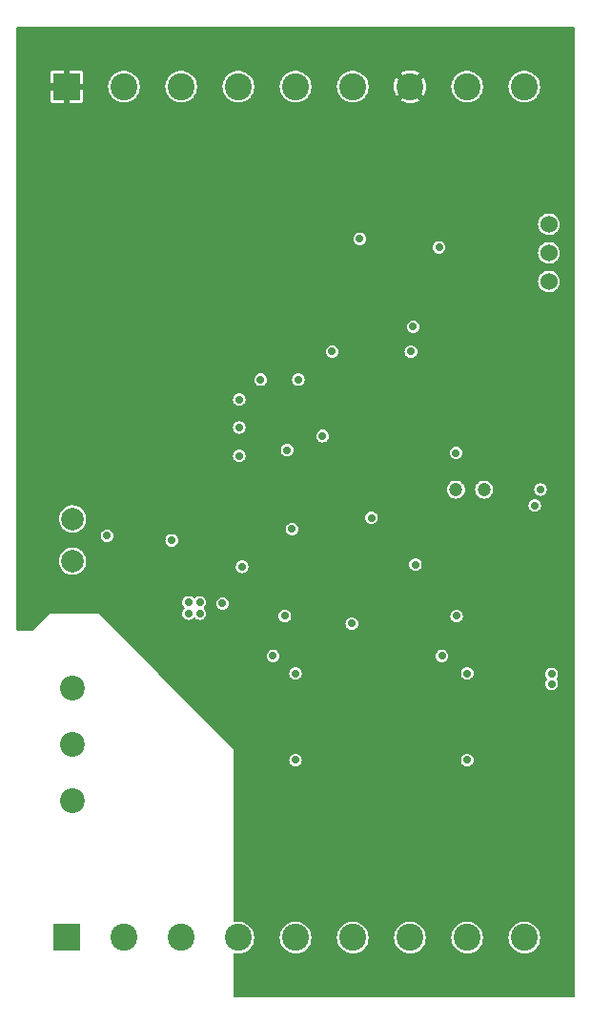
<source format=gbr>
%TF.GenerationSoftware,KiCad,Pcbnew,6.0.0*%
%TF.CreationDate,2022-04-16T14:37:19+02:00*%
%TF.ProjectId,cowdin-3a-pwrmon,636f7764-696e-42d3-9361-2d7077726d6f,1*%
%TF.SameCoordinates,Original*%
%TF.FileFunction,Copper,L2,Inr*%
%TF.FilePolarity,Positive*%
%FSLAX46Y46*%
G04 Gerber Fmt 4.6, Leading zero omitted, Abs format (unit mm)*
G04 Created by KiCad (PCBNEW 6.0.0) date 2022-04-16 14:37:19*
%MOMM*%
%LPD*%
G01*
G04 APERTURE LIST*
%TA.AperFunction,ComponentPad*%
%ADD10R,2.400000X2.400000*%
%TD*%
%TA.AperFunction,ComponentPad*%
%ADD11C,2.400000*%
%TD*%
%TA.AperFunction,ComponentPad*%
%ADD12C,1.200000*%
%TD*%
%TA.AperFunction,ComponentPad*%
%ADD13C,2.200000*%
%TD*%
%TA.AperFunction,ComponentPad*%
%ADD14C,2.000000*%
%TD*%
%TA.AperFunction,ComponentPad*%
%ADD15C,1.524000*%
%TD*%
%TA.AperFunction,ViaPad*%
%ADD16C,0.711200*%
%TD*%
%TA.AperFunction,Conductor*%
%ADD17C,0.406400*%
%TD*%
%TA.AperFunction,Conductor*%
%ADD18C,0.304800*%
%TD*%
%TA.AperFunction,Conductor*%
%ADD19C,0.711200*%
%TD*%
G04 APERTURE END LIST*
D10*
%TO.N,GND*%
%TO.C,P1*%
X128180000Y-67250000D03*
D11*
%TO.N,+VIn*%
X133260000Y-67250000D03*
%TO.N,unconnected-(P1-Pad3)*%
X138340000Y-67250000D03*
%TO.N,LINKY_I1*%
X143420000Y-67250000D03*
%TO.N,LINKY_I2*%
X148500000Y-67250000D03*
%TO.N,unconnected-(P1-Pad6)*%
X153580000Y-67250000D03*
%TO.N,GND*%
X158660000Y-67250000D03*
%TO.N,RS485_B*%
X163740000Y-67250000D03*
%TO.N,RS485_A*%
X168820000Y-67250000D03*
%TD*%
D12*
%TO.N,Net-(TP8-Pad1)*%
%TO.C,TP8*%
X165250000Y-103000000D03*
%TD*%
D10*
%TO.N,RL_NO*%
%TO.C,P2*%
X128180000Y-142750000D03*
D11*
%TO.N,RL_COM*%
X133260000Y-142750000D03*
%TO.N,RL_NC*%
X138340000Y-142750000D03*
%TO.N,CT5_A*%
X143420000Y-142750000D03*
%TO.N,CT2_B*%
X148500000Y-142750000D03*
%TO.N,CT2_A*%
X153580000Y-142750000D03*
%TO.N,CT4_A*%
X158660000Y-142750000D03*
%TO.N,CT1_B*%
X163740000Y-142750000D03*
%TO.N,CT1_A*%
X168820000Y-142750000D03*
%TD*%
D13*
%TO.N,RL_COM*%
%TO.C,RL1*%
X128700000Y-125600000D03*
%TO.N,RL_NC*%
X128700000Y-120600000D03*
%TO.N,RL_NO*%
X128700000Y-130600000D03*
D14*
%TO.N,Net-(D3-Pad1)*%
X128700000Y-109350000D03*
%TO.N,+5V*%
X128700000Y-105600000D03*
%TD*%
D12*
%TO.N,Net-(TP7-Pad1)*%
%TO.C,TP7*%
X162750000Y-103000000D03*
%TD*%
D15*
%TO.N,Net-(R1-Pad1)*%
%TO.C,SW1*%
X171000000Y-84540000D03*
%TO.N,RS485_A*%
X171000000Y-82000000D03*
%TO.N,N/C*%
X171000000Y-79460000D03*
%TD*%
D16*
%TO.N,/Power Supply/5V_RAW*%
X137500000Y-107500000D03*
%TO.N,CT1_B*%
X161500000Y-117750000D03*
X163750000Y-127000000D03*
%TO.N,CT2_B*%
X146500000Y-117750000D03*
X148500000Y-127000000D03*
%TO.N,GND*%
X137500000Y-88500000D03*
X124100000Y-101000000D03*
X172900000Y-119000000D03*
X142900000Y-120500000D03*
X146750000Y-112450000D03*
X124100000Y-97000000D03*
X145400000Y-96750000D03*
X172900000Y-127000000D03*
X159900000Y-123000000D03*
X130500000Y-113000000D03*
X145400000Y-95000000D03*
X137500000Y-114250000D03*
X137500000Y-113250000D03*
X129500000Y-97150000D03*
X124100000Y-113000000D03*
X155000000Y-83800000D03*
X140500000Y-81000000D03*
X154100000Y-120500000D03*
X168000000Y-105900000D03*
X160100000Y-99250000D03*
X126000000Y-79000000D03*
X152250000Y-93400000D03*
X172900000Y-121000000D03*
X152100000Y-123000000D03*
X170500000Y-109400000D03*
X172900000Y-101000000D03*
X143500000Y-92500000D03*
X137500000Y-115250000D03*
X143750000Y-114150000D03*
X172900000Y-89000000D03*
X172900000Y-117000000D03*
X124100000Y-87000000D03*
X124100000Y-83000000D03*
X124100000Y-91000000D03*
X124100000Y-109000000D03*
X140500000Y-91500000D03*
X124100000Y-107000000D03*
X149400000Y-89500000D03*
X145400000Y-98250000D03*
X172900000Y-111000000D03*
X172900000Y-125000000D03*
X172900000Y-105000000D03*
X162500000Y-78250000D03*
X172900000Y-97000000D03*
X130500000Y-89000000D03*
X128750000Y-89500000D03*
X158100000Y-120500000D03*
X124100000Y-115000000D03*
X140500000Y-90050000D03*
X167600000Y-123000000D03*
X172900000Y-113000000D03*
X140500000Y-105750000D03*
X172900000Y-87000000D03*
X161350000Y-89650000D03*
X140500000Y-77000000D03*
X171500000Y-104400000D03*
X150900000Y-96750000D03*
X127500000Y-97150000D03*
X157600000Y-106650000D03*
X172900000Y-85000000D03*
X154750000Y-102600000D03*
X124100000Y-103000000D03*
X159250000Y-93400000D03*
X124100000Y-81000000D03*
X124100000Y-99000000D03*
X153050000Y-78250000D03*
X172900000Y-93000000D03*
X124100000Y-89000000D03*
X168900000Y-116500000D03*
X127250000Y-90000000D03*
X126500000Y-103000000D03*
X172900000Y-107000000D03*
X139000000Y-88500000D03*
X124100000Y-85000000D03*
X172900000Y-79000000D03*
X172900000Y-83000000D03*
X124100000Y-111000000D03*
X161400000Y-113000000D03*
X146750000Y-107550000D03*
X148500000Y-114200000D03*
X124100000Y-79000000D03*
X128500000Y-103000000D03*
X172900000Y-75000000D03*
X126000000Y-83000000D03*
X172900000Y-123000000D03*
X130500000Y-103000000D03*
X168900000Y-118250000D03*
X172900000Y-103000000D03*
X163750000Y-123000000D03*
X130100000Y-98750000D03*
X172900000Y-129000000D03*
X124100000Y-77000000D03*
X172900000Y-95000000D03*
X124100000Y-75000000D03*
X128500000Y-113000000D03*
X140500000Y-88500000D03*
X164600000Y-105250000D03*
X172900000Y-81000000D03*
X133500000Y-88500000D03*
X140500000Y-79000000D03*
X172900000Y-131000000D03*
X136500000Y-112250000D03*
X172900000Y-77000000D03*
X124100000Y-95000000D03*
X138500000Y-81000000D03*
X168000000Y-113400000D03*
X167750000Y-103000000D03*
X157050000Y-83800000D03*
X166100000Y-99750000D03*
X172900000Y-109000000D03*
X126500000Y-113000000D03*
X172900000Y-115000000D03*
X168900000Y-114750000D03*
X150750000Y-108750000D03*
X134500000Y-112250000D03*
X144900000Y-123000000D03*
X172900000Y-133000000D03*
X131750000Y-103750000D03*
X125500000Y-90000000D03*
X163750000Y-114200000D03*
X132250000Y-88500000D03*
X128750000Y-88500000D03*
X169350000Y-120500000D03*
X168150000Y-81000000D03*
X172900000Y-91000000D03*
X172900000Y-99000000D03*
X132250000Y-89500000D03*
X148500000Y-123000000D03*
X166250000Y-76000000D03*
X135500000Y-112250000D03*
X131000000Y-93250000D03*
X124100000Y-105000000D03*
X124100000Y-93000000D03*
X165700000Y-106250000D03*
%TO.N,+5V*%
X158750000Y-90750000D03*
X155250000Y-105500000D03*
X131750000Y-107100000D03*
X158950000Y-88550000D03*
X147750000Y-99500000D03*
X140000000Y-114000000D03*
X140000000Y-113000000D03*
X139000000Y-113000000D03*
X139000000Y-114000000D03*
X161250000Y-81500000D03*
X145400000Y-93250000D03*
X143750000Y-109850000D03*
X159150000Y-109650000D03*
X148500000Y-119300000D03*
X154200000Y-80750000D03*
X169750000Y-104400000D03*
X151750000Y-90750000D03*
X162750000Y-99750000D03*
X163750000Y-119300000D03*
X148180000Y-106500000D03*
X170250000Y-103000000D03*
%TO.N,+2.5V*%
X171250000Y-119350000D03*
X171250000Y-120250000D03*
X162800000Y-114200000D03*
X147550000Y-114200000D03*
%TO.N,RST*%
X148750000Y-93250000D03*
X143500000Y-95000000D03*
%TO.N,SWCLK*%
X150900000Y-98250000D03*
X143500000Y-97500000D03*
%TO.N,SWDAT*%
X143500000Y-100000000D03*
%TO.N,Net-(R23-Pad1)*%
X153500000Y-114886900D03*
X142000000Y-113100000D03*
%TD*%
D17*
%TO.N,GND*%
X135500000Y-112250000D02*
X135500000Y-107900000D01*
X135500000Y-107900000D02*
X137650000Y-105750000D01*
X137650000Y-105750000D02*
X140500000Y-105750000D01*
X152100000Y-123000000D02*
X159900000Y-123000000D01*
X164000000Y-78250000D02*
X166250000Y-76000000D01*
X167750000Y-101400000D02*
X166100000Y-99750000D01*
X160100000Y-99250000D02*
X160100000Y-94250000D01*
D18*
X146750000Y-107550000D02*
X146750000Y-112450000D01*
X165300000Y-100550000D02*
X166100000Y-99750000D01*
X137500000Y-88500000D02*
X133500000Y-88500000D01*
D17*
X168900000Y-118250000D02*
X168900000Y-116500000D01*
X143750000Y-120500000D02*
X142900000Y-120500000D01*
X149400000Y-90550000D02*
X152250000Y-93400000D01*
X140500000Y-77000000D02*
X138500000Y-79000000D01*
X128750000Y-89500000D02*
X127750000Y-89500000D01*
X154750000Y-102600000D02*
X156750000Y-102600000D01*
X167750000Y-103000000D02*
X167750000Y-104500000D01*
X172300000Y-103000000D02*
X171500000Y-103800000D01*
X140500000Y-103100000D02*
X140500000Y-105750000D01*
X152100000Y-123000000D02*
X152100000Y-121750000D01*
D18*
X146750000Y-112450000D02*
X147600000Y-112450000D01*
D17*
X168900000Y-114750000D02*
X168450000Y-114300000D01*
X164600000Y-105800000D02*
X165050000Y-106250000D01*
X168450000Y-114300000D02*
X168450000Y-113850000D01*
D18*
X150750000Y-111100000D02*
X148500000Y-113350000D01*
D17*
X160100000Y-94250000D02*
X159250000Y-93400000D01*
D18*
X166410000Y-75000000D02*
X172900000Y-75000000D01*
D17*
X167750000Y-103000000D02*
X165500000Y-105250000D01*
X169050000Y-77000000D02*
X168150000Y-77900000D01*
D18*
X161400000Y-100550000D02*
X165300000Y-100550000D01*
X148500000Y-113350000D02*
X148500000Y-114200000D01*
D17*
X168150000Y-101000000D02*
X167750000Y-101400000D01*
D19*
X124100000Y-68950000D02*
X124100000Y-75000000D01*
D18*
X137500000Y-88500000D02*
X137550000Y-88500000D01*
D17*
X150900000Y-96750000D02*
X145400000Y-96750000D01*
X124100000Y-91000000D02*
X124500000Y-90600000D01*
X148500000Y-123000000D02*
X152100000Y-123000000D01*
X157050000Y-83800000D02*
X155000000Y-83800000D01*
X165500000Y-105250000D02*
X164600000Y-105250000D01*
D18*
X168150000Y-81000000D02*
X168150000Y-77900000D01*
D17*
X164600000Y-105250000D02*
X164600000Y-105800000D01*
X160750000Y-83800000D02*
X157050000Y-83800000D01*
X168000000Y-104750000D02*
X168000000Y-105900000D01*
X150400000Y-120050000D02*
X152100000Y-121750000D01*
X163750000Y-114200000D02*
X163750000Y-117600000D01*
X152100000Y-121750000D02*
X153350000Y-120500000D01*
X138500000Y-79000000D02*
X138500000Y-81000000D01*
X129500000Y-98150000D02*
X130100000Y-98750000D01*
X159900000Y-123000000D02*
X163750000Y-123000000D01*
X167750000Y-104500000D02*
X168000000Y-104750000D01*
D19*
X125800000Y-67250000D02*
X124100000Y-68950000D01*
D17*
X158950000Y-120500000D02*
X158100000Y-120500000D01*
X145400000Y-95000000D02*
X145400000Y-96750000D01*
D18*
X168150000Y-77900000D02*
X166250000Y-76000000D01*
D17*
X150900000Y-96750000D02*
X150900000Y-94750000D01*
X130100000Y-98750000D02*
X136150000Y-98750000D01*
X136150000Y-98750000D02*
X140500000Y-103100000D01*
X157600000Y-103450000D02*
X156750000Y-102600000D01*
X144900000Y-121650000D02*
X143750000Y-120500000D01*
X169350000Y-120500000D02*
X169350000Y-122100000D01*
D18*
X150750000Y-108750000D02*
X150750000Y-111100000D01*
D17*
X171500000Y-103800000D02*
X171500000Y-104400000D01*
X169350000Y-118700000D02*
X168900000Y-118250000D01*
X124900000Y-90600000D02*
X125500000Y-90000000D01*
X157600000Y-106650000D02*
X157600000Y-103450000D01*
X172900000Y-101000000D02*
X168150000Y-101000000D01*
X148500000Y-114200000D02*
X150400000Y-116100000D01*
X168450000Y-113850000D02*
X168000000Y-113400000D01*
X131000000Y-93250000D02*
X131000000Y-95650000D01*
X152250000Y-93400000D02*
X159250000Y-93400000D01*
X159900000Y-123000000D02*
X159900000Y-121450000D01*
X162500000Y-78250000D02*
X162500000Y-82050000D01*
D18*
X147600000Y-112450000D02*
X148500000Y-113350000D01*
D17*
X163750000Y-117600000D02*
X159900000Y-121450000D01*
X163750000Y-123000000D02*
X167600000Y-123000000D01*
D19*
X172900000Y-75000000D02*
X124100000Y-75000000D01*
D17*
X131000000Y-95650000D02*
X129500000Y-97150000D01*
X128750000Y-89500000D02*
X128750000Y-88500000D01*
D18*
X143750000Y-114150000D02*
X145050000Y-114150000D01*
D17*
X125500000Y-90000000D02*
X127250000Y-90000000D01*
X149400000Y-89500000D02*
X149400000Y-90550000D01*
X153050000Y-81850000D02*
X155000000Y-83800000D01*
X165050000Y-106250000D02*
X165700000Y-106250000D01*
X153050000Y-78250000D02*
X153050000Y-81850000D01*
X129500000Y-97150000D02*
X127500000Y-97150000D01*
X160100000Y-99250000D02*
X161400000Y-100550000D01*
X159900000Y-121450000D02*
X158950000Y-120500000D01*
X168900000Y-116500000D02*
X168900000Y-114750000D01*
D19*
X128180000Y-67250000D02*
X125800000Y-67250000D01*
D17*
X162500000Y-82050000D02*
X160750000Y-83800000D01*
X172900000Y-103000000D02*
X172300000Y-103000000D01*
X156750000Y-102600000D02*
X160100000Y-99250000D01*
D18*
X145050000Y-114150000D02*
X146750000Y-112450000D01*
D17*
X159250000Y-93400000D02*
X161350000Y-91300000D01*
X169350000Y-120500000D02*
X169350000Y-118700000D01*
X168450000Y-123000000D02*
X167600000Y-123000000D01*
X148500000Y-123000000D02*
X144900000Y-123000000D01*
X162500000Y-78250000D02*
X164000000Y-78250000D01*
X168000000Y-105900000D02*
X168000000Y-113400000D01*
X127750000Y-89500000D02*
X127250000Y-90000000D01*
X161350000Y-91300000D02*
X161350000Y-89650000D01*
X150900000Y-94750000D02*
X152250000Y-93400000D01*
X153350000Y-120500000D02*
X154100000Y-120500000D01*
X124500000Y-90600000D02*
X124900000Y-90600000D01*
X150400000Y-116100000D02*
X150400000Y-120050000D01*
X167750000Y-103000000D02*
X167750000Y-101400000D01*
X129500000Y-97150000D02*
X129500000Y-98150000D01*
D18*
X158660000Y-67250000D02*
X166410000Y-75000000D01*
D17*
X145400000Y-96750000D02*
X145400000Y-98250000D01*
X172900000Y-77000000D02*
X169050000Y-77000000D01*
X169350000Y-122100000D02*
X168450000Y-123000000D01*
X144900000Y-123000000D02*
X144900000Y-121650000D01*
%TD*%
%TA.AperFunction,Conductor*%
%TO.N,GND*%
G36*
X173238921Y-61973202D02*
G01*
X173285414Y-62026858D01*
X173296800Y-62079200D01*
X173296800Y-147920800D01*
X173276798Y-147988921D01*
X173223142Y-148035414D01*
X173170800Y-148046800D01*
X143126000Y-148046800D01*
X143057879Y-148026798D01*
X143011386Y-147973142D01*
X143000000Y-147920800D01*
X143000000Y-144251299D01*
X143020002Y-144183178D01*
X143073658Y-144136685D01*
X143143932Y-144126581D01*
X143151116Y-144127828D01*
X143253227Y-144148603D01*
X143258402Y-144148793D01*
X143258404Y-144148793D01*
X143478730Y-144156872D01*
X143478734Y-144156872D01*
X143483894Y-144157061D01*
X143489014Y-144156405D01*
X143489016Y-144156405D01*
X143707718Y-144128389D01*
X143707719Y-144128389D01*
X143712846Y-144127732D01*
X143717796Y-144126247D01*
X143928978Y-144062889D01*
X143928982Y-144062887D01*
X143933933Y-144061402D01*
X144141218Y-143959854D01*
X144224458Y-143900480D01*
X144324931Y-143828813D01*
X144329134Y-143825815D01*
X144395536Y-143759645D01*
X144488975Y-143666531D01*
X144492635Y-143662884D01*
X144627330Y-143475437D01*
X144729600Y-143268507D01*
X144760698Y-143166153D01*
X144795197Y-143052605D01*
X144795198Y-143052599D01*
X144796701Y-143047653D01*
X144826829Y-142818805D01*
X144828511Y-142750000D01*
X144825682Y-142715587D01*
X147091909Y-142715587D01*
X147092206Y-142720739D01*
X147092206Y-142720743D01*
X147104899Y-142940868D01*
X147104900Y-142940874D01*
X147105197Y-142946027D01*
X147155942Y-143171202D01*
X147242783Y-143385066D01*
X147363388Y-143581875D01*
X147514516Y-143756343D01*
X147692111Y-143903785D01*
X147891402Y-144020241D01*
X147896222Y-144022081D01*
X147896227Y-144022084D01*
X148039241Y-144076695D01*
X148107038Y-144102584D01*
X148112106Y-144103615D01*
X148112109Y-144103616D01*
X148223345Y-144126247D01*
X148333227Y-144148603D01*
X148338402Y-144148793D01*
X148338404Y-144148793D01*
X148558730Y-144156872D01*
X148558734Y-144156872D01*
X148563894Y-144157061D01*
X148569014Y-144156405D01*
X148569016Y-144156405D01*
X148787718Y-144128389D01*
X148787719Y-144128389D01*
X148792846Y-144127732D01*
X148797796Y-144126247D01*
X149008978Y-144062889D01*
X149008982Y-144062887D01*
X149013933Y-144061402D01*
X149221218Y-143959854D01*
X149304458Y-143900480D01*
X149404931Y-143828813D01*
X149409134Y-143825815D01*
X149475536Y-143759645D01*
X149568975Y-143666531D01*
X149572635Y-143662884D01*
X149707330Y-143475437D01*
X149809600Y-143268507D01*
X149840698Y-143166153D01*
X149875197Y-143052605D01*
X149875198Y-143052599D01*
X149876701Y-143047653D01*
X149906829Y-142818805D01*
X149908511Y-142750000D01*
X149905682Y-142715587D01*
X152171909Y-142715587D01*
X152172206Y-142720739D01*
X152172206Y-142720743D01*
X152184899Y-142940868D01*
X152184900Y-142940874D01*
X152185197Y-142946027D01*
X152235942Y-143171202D01*
X152322783Y-143385066D01*
X152443388Y-143581875D01*
X152594516Y-143756343D01*
X152772111Y-143903785D01*
X152971402Y-144020241D01*
X152976222Y-144022081D01*
X152976227Y-144022084D01*
X153119241Y-144076695D01*
X153187038Y-144102584D01*
X153192106Y-144103615D01*
X153192109Y-144103616D01*
X153303345Y-144126247D01*
X153413227Y-144148603D01*
X153418402Y-144148793D01*
X153418404Y-144148793D01*
X153638730Y-144156872D01*
X153638734Y-144156872D01*
X153643894Y-144157061D01*
X153649014Y-144156405D01*
X153649016Y-144156405D01*
X153867718Y-144128389D01*
X153867719Y-144128389D01*
X153872846Y-144127732D01*
X153877796Y-144126247D01*
X154088978Y-144062889D01*
X154088982Y-144062887D01*
X154093933Y-144061402D01*
X154301218Y-143959854D01*
X154384458Y-143900480D01*
X154484931Y-143828813D01*
X154489134Y-143825815D01*
X154555536Y-143759645D01*
X154648975Y-143666531D01*
X154652635Y-143662884D01*
X154787330Y-143475437D01*
X154889600Y-143268507D01*
X154920698Y-143166153D01*
X154955197Y-143052605D01*
X154955198Y-143052599D01*
X154956701Y-143047653D01*
X154986829Y-142818805D01*
X154988511Y-142750000D01*
X154985682Y-142715587D01*
X157251909Y-142715587D01*
X157252206Y-142720739D01*
X157252206Y-142720743D01*
X157264899Y-142940868D01*
X157264900Y-142940874D01*
X157265197Y-142946027D01*
X157315942Y-143171202D01*
X157402783Y-143385066D01*
X157523388Y-143581875D01*
X157674516Y-143756343D01*
X157852111Y-143903785D01*
X158051402Y-144020241D01*
X158056222Y-144022081D01*
X158056227Y-144022084D01*
X158199241Y-144076695D01*
X158267038Y-144102584D01*
X158272106Y-144103615D01*
X158272109Y-144103616D01*
X158383345Y-144126247D01*
X158493227Y-144148603D01*
X158498402Y-144148793D01*
X158498404Y-144148793D01*
X158718730Y-144156872D01*
X158718734Y-144156872D01*
X158723894Y-144157061D01*
X158729014Y-144156405D01*
X158729016Y-144156405D01*
X158947718Y-144128389D01*
X158947719Y-144128389D01*
X158952846Y-144127732D01*
X158957796Y-144126247D01*
X159168978Y-144062889D01*
X159168982Y-144062887D01*
X159173933Y-144061402D01*
X159381218Y-143959854D01*
X159464458Y-143900480D01*
X159564931Y-143828813D01*
X159569134Y-143825815D01*
X159635536Y-143759645D01*
X159728975Y-143666531D01*
X159732635Y-143662884D01*
X159867330Y-143475437D01*
X159969600Y-143268507D01*
X160000698Y-143166153D01*
X160035197Y-143052605D01*
X160035198Y-143052599D01*
X160036701Y-143047653D01*
X160066829Y-142818805D01*
X160068511Y-142750000D01*
X160065682Y-142715587D01*
X162331909Y-142715587D01*
X162332206Y-142720739D01*
X162332206Y-142720743D01*
X162344899Y-142940868D01*
X162344900Y-142940874D01*
X162345197Y-142946027D01*
X162395942Y-143171202D01*
X162482783Y-143385066D01*
X162603388Y-143581875D01*
X162754516Y-143756343D01*
X162932111Y-143903785D01*
X163131402Y-144020241D01*
X163136222Y-144022081D01*
X163136227Y-144022084D01*
X163279241Y-144076695D01*
X163347038Y-144102584D01*
X163352106Y-144103615D01*
X163352109Y-144103616D01*
X163463345Y-144126247D01*
X163573227Y-144148603D01*
X163578402Y-144148793D01*
X163578404Y-144148793D01*
X163798730Y-144156872D01*
X163798734Y-144156872D01*
X163803894Y-144157061D01*
X163809014Y-144156405D01*
X163809016Y-144156405D01*
X164027718Y-144128389D01*
X164027719Y-144128389D01*
X164032846Y-144127732D01*
X164037796Y-144126247D01*
X164248978Y-144062889D01*
X164248982Y-144062887D01*
X164253933Y-144061402D01*
X164461218Y-143959854D01*
X164544458Y-143900480D01*
X164644931Y-143828813D01*
X164649134Y-143825815D01*
X164715536Y-143759645D01*
X164808975Y-143666531D01*
X164812635Y-143662884D01*
X164947330Y-143475437D01*
X165049600Y-143268507D01*
X165080698Y-143166153D01*
X165115197Y-143052605D01*
X165115198Y-143052599D01*
X165116701Y-143047653D01*
X165146829Y-142818805D01*
X165148511Y-142750000D01*
X165145682Y-142715587D01*
X167411909Y-142715587D01*
X167412206Y-142720739D01*
X167412206Y-142720743D01*
X167424899Y-142940868D01*
X167424900Y-142940874D01*
X167425197Y-142946027D01*
X167475942Y-143171202D01*
X167562783Y-143385066D01*
X167683388Y-143581875D01*
X167834516Y-143756343D01*
X168012111Y-143903785D01*
X168211402Y-144020241D01*
X168216222Y-144022081D01*
X168216227Y-144022084D01*
X168359241Y-144076695D01*
X168427038Y-144102584D01*
X168432106Y-144103615D01*
X168432109Y-144103616D01*
X168543345Y-144126247D01*
X168653227Y-144148603D01*
X168658402Y-144148793D01*
X168658404Y-144148793D01*
X168878730Y-144156872D01*
X168878734Y-144156872D01*
X168883894Y-144157061D01*
X168889014Y-144156405D01*
X168889016Y-144156405D01*
X169107718Y-144128389D01*
X169107719Y-144128389D01*
X169112846Y-144127732D01*
X169117796Y-144126247D01*
X169328978Y-144062889D01*
X169328982Y-144062887D01*
X169333933Y-144061402D01*
X169541218Y-143959854D01*
X169624458Y-143900480D01*
X169724931Y-143828813D01*
X169729134Y-143825815D01*
X169795536Y-143759645D01*
X169888975Y-143666531D01*
X169892635Y-143662884D01*
X170027330Y-143475437D01*
X170129600Y-143268507D01*
X170160698Y-143166153D01*
X170195197Y-143052605D01*
X170195198Y-143052599D01*
X170196701Y-143047653D01*
X170226829Y-142818805D01*
X170228511Y-142750000D01*
X170209598Y-142519954D01*
X170153366Y-142296085D01*
X170141423Y-142268617D01*
X170063386Y-142089144D01*
X170063384Y-142089141D01*
X170061326Y-142084407D01*
X169935949Y-141890604D01*
X169907973Y-141859858D01*
X169784080Y-141723702D01*
X169784078Y-141723700D01*
X169780602Y-141719880D01*
X169776551Y-141716681D01*
X169776547Y-141716677D01*
X169603513Y-141580023D01*
X169603509Y-141580021D01*
X169599458Y-141576821D01*
X169397381Y-141465269D01*
X169392512Y-141463545D01*
X169392508Y-141463543D01*
X169184673Y-141389945D01*
X169184669Y-141389944D01*
X169179798Y-141388219D01*
X169174705Y-141387312D01*
X169174702Y-141387311D01*
X168957641Y-141348646D01*
X168957637Y-141348646D01*
X168952553Y-141347740D01*
X168864183Y-141346660D01*
X168726916Y-141344983D01*
X168726914Y-141344983D01*
X168721747Y-141344920D01*
X168569729Y-141368182D01*
X168498690Y-141379052D01*
X168498687Y-141379053D01*
X168493581Y-141379834D01*
X168462647Y-141389945D01*
X168279093Y-141449940D01*
X168279091Y-141449941D01*
X168274180Y-141451546D01*
X168069438Y-141558128D01*
X168065305Y-141561231D01*
X168065302Y-141561233D01*
X167888988Y-141693613D01*
X167884853Y-141696718D01*
X167725381Y-141863595D01*
X167595307Y-142054277D01*
X167498122Y-142263644D01*
X167436438Y-142486071D01*
X167435890Y-142491199D01*
X167435889Y-142491204D01*
X167432817Y-142519954D01*
X167411909Y-142715587D01*
X165145682Y-142715587D01*
X165129598Y-142519954D01*
X165073366Y-142296085D01*
X165061423Y-142268617D01*
X164983386Y-142089144D01*
X164983384Y-142089141D01*
X164981326Y-142084407D01*
X164855949Y-141890604D01*
X164827973Y-141859858D01*
X164704080Y-141723702D01*
X164704078Y-141723700D01*
X164700602Y-141719880D01*
X164696551Y-141716681D01*
X164696547Y-141716677D01*
X164523513Y-141580023D01*
X164523509Y-141580021D01*
X164519458Y-141576821D01*
X164317381Y-141465269D01*
X164312512Y-141463545D01*
X164312508Y-141463543D01*
X164104673Y-141389945D01*
X164104669Y-141389944D01*
X164099798Y-141388219D01*
X164094705Y-141387312D01*
X164094702Y-141387311D01*
X163877641Y-141348646D01*
X163877637Y-141348646D01*
X163872553Y-141347740D01*
X163784183Y-141346660D01*
X163646916Y-141344983D01*
X163646914Y-141344983D01*
X163641747Y-141344920D01*
X163489729Y-141368182D01*
X163418690Y-141379052D01*
X163418687Y-141379053D01*
X163413581Y-141379834D01*
X163382647Y-141389945D01*
X163199093Y-141449940D01*
X163199091Y-141449941D01*
X163194180Y-141451546D01*
X162989438Y-141558128D01*
X162985305Y-141561231D01*
X162985302Y-141561233D01*
X162808988Y-141693613D01*
X162804853Y-141696718D01*
X162645381Y-141863595D01*
X162515307Y-142054277D01*
X162418122Y-142263644D01*
X162356438Y-142486071D01*
X162355890Y-142491199D01*
X162355889Y-142491204D01*
X162352817Y-142519954D01*
X162331909Y-142715587D01*
X160065682Y-142715587D01*
X160049598Y-142519954D01*
X159993366Y-142296085D01*
X159981423Y-142268617D01*
X159903386Y-142089144D01*
X159903384Y-142089141D01*
X159901326Y-142084407D01*
X159775949Y-141890604D01*
X159747973Y-141859858D01*
X159624080Y-141723702D01*
X159624078Y-141723700D01*
X159620602Y-141719880D01*
X159616551Y-141716681D01*
X159616547Y-141716677D01*
X159443513Y-141580023D01*
X159443509Y-141580021D01*
X159439458Y-141576821D01*
X159237381Y-141465269D01*
X159232512Y-141463545D01*
X159232508Y-141463543D01*
X159024673Y-141389945D01*
X159024669Y-141389944D01*
X159019798Y-141388219D01*
X159014705Y-141387312D01*
X159014702Y-141387311D01*
X158797641Y-141348646D01*
X158797637Y-141348646D01*
X158792553Y-141347740D01*
X158704183Y-141346660D01*
X158566916Y-141344983D01*
X158566914Y-141344983D01*
X158561747Y-141344920D01*
X158409729Y-141368182D01*
X158338690Y-141379052D01*
X158338687Y-141379053D01*
X158333581Y-141379834D01*
X158302647Y-141389945D01*
X158119093Y-141449940D01*
X158119091Y-141449941D01*
X158114180Y-141451546D01*
X157909438Y-141558128D01*
X157905305Y-141561231D01*
X157905302Y-141561233D01*
X157728988Y-141693613D01*
X157724853Y-141696718D01*
X157565381Y-141863595D01*
X157435307Y-142054277D01*
X157338122Y-142263644D01*
X157276438Y-142486071D01*
X157275890Y-142491199D01*
X157275889Y-142491204D01*
X157272817Y-142519954D01*
X157251909Y-142715587D01*
X154985682Y-142715587D01*
X154969598Y-142519954D01*
X154913366Y-142296085D01*
X154901423Y-142268617D01*
X154823386Y-142089144D01*
X154823384Y-142089141D01*
X154821326Y-142084407D01*
X154695949Y-141890604D01*
X154667973Y-141859858D01*
X154544080Y-141723702D01*
X154544078Y-141723700D01*
X154540602Y-141719880D01*
X154536551Y-141716681D01*
X154536547Y-141716677D01*
X154363513Y-141580023D01*
X154363509Y-141580021D01*
X154359458Y-141576821D01*
X154157381Y-141465269D01*
X154152512Y-141463545D01*
X154152508Y-141463543D01*
X153944673Y-141389945D01*
X153944669Y-141389944D01*
X153939798Y-141388219D01*
X153934705Y-141387312D01*
X153934702Y-141387311D01*
X153717641Y-141348646D01*
X153717637Y-141348646D01*
X153712553Y-141347740D01*
X153624183Y-141346660D01*
X153486916Y-141344983D01*
X153486914Y-141344983D01*
X153481747Y-141344920D01*
X153329729Y-141368182D01*
X153258690Y-141379052D01*
X153258687Y-141379053D01*
X153253581Y-141379834D01*
X153222647Y-141389945D01*
X153039093Y-141449940D01*
X153039091Y-141449941D01*
X153034180Y-141451546D01*
X152829438Y-141558128D01*
X152825305Y-141561231D01*
X152825302Y-141561233D01*
X152648988Y-141693613D01*
X152644853Y-141696718D01*
X152485381Y-141863595D01*
X152355307Y-142054277D01*
X152258122Y-142263644D01*
X152196438Y-142486071D01*
X152195890Y-142491199D01*
X152195889Y-142491204D01*
X152192817Y-142519954D01*
X152171909Y-142715587D01*
X149905682Y-142715587D01*
X149889598Y-142519954D01*
X149833366Y-142296085D01*
X149821423Y-142268617D01*
X149743386Y-142089144D01*
X149743384Y-142089141D01*
X149741326Y-142084407D01*
X149615949Y-141890604D01*
X149587973Y-141859858D01*
X149464080Y-141723702D01*
X149464078Y-141723700D01*
X149460602Y-141719880D01*
X149456551Y-141716681D01*
X149456547Y-141716677D01*
X149283513Y-141580023D01*
X149283509Y-141580021D01*
X149279458Y-141576821D01*
X149077381Y-141465269D01*
X149072512Y-141463545D01*
X149072508Y-141463543D01*
X148864673Y-141389945D01*
X148864669Y-141389944D01*
X148859798Y-141388219D01*
X148854705Y-141387312D01*
X148854702Y-141387311D01*
X148637641Y-141348646D01*
X148637637Y-141348646D01*
X148632553Y-141347740D01*
X148544183Y-141346660D01*
X148406916Y-141344983D01*
X148406914Y-141344983D01*
X148401747Y-141344920D01*
X148249729Y-141368182D01*
X148178690Y-141379052D01*
X148178687Y-141379053D01*
X148173581Y-141379834D01*
X148142647Y-141389945D01*
X147959093Y-141449940D01*
X147959091Y-141449941D01*
X147954180Y-141451546D01*
X147749438Y-141558128D01*
X147745305Y-141561231D01*
X147745302Y-141561233D01*
X147568988Y-141693613D01*
X147564853Y-141696718D01*
X147405381Y-141863595D01*
X147275307Y-142054277D01*
X147178122Y-142263644D01*
X147116438Y-142486071D01*
X147115890Y-142491199D01*
X147115889Y-142491204D01*
X147112817Y-142519954D01*
X147091909Y-142715587D01*
X144825682Y-142715587D01*
X144809598Y-142519954D01*
X144753366Y-142296085D01*
X144741423Y-142268617D01*
X144663386Y-142089144D01*
X144663384Y-142089141D01*
X144661326Y-142084407D01*
X144535949Y-141890604D01*
X144507973Y-141859858D01*
X144384080Y-141723702D01*
X144384078Y-141723700D01*
X144380602Y-141719880D01*
X144376551Y-141716681D01*
X144376547Y-141716677D01*
X144203513Y-141580023D01*
X144203509Y-141580021D01*
X144199458Y-141576821D01*
X143997381Y-141465269D01*
X143992512Y-141463545D01*
X143992508Y-141463543D01*
X143784673Y-141389945D01*
X143784669Y-141389944D01*
X143779798Y-141388219D01*
X143774705Y-141387312D01*
X143774702Y-141387311D01*
X143557641Y-141348646D01*
X143557637Y-141348646D01*
X143552553Y-141347740D01*
X143464183Y-141346660D01*
X143326916Y-141344983D01*
X143326914Y-141344983D01*
X143321747Y-141344920D01*
X143145058Y-141371957D01*
X143074696Y-141362489D01*
X143020622Y-141316484D01*
X143000000Y-141247407D01*
X143000000Y-127000000D01*
X147935874Y-127000000D01*
X147955096Y-127146007D01*
X148011453Y-127282063D01*
X148101103Y-127398897D01*
X148217937Y-127488547D01*
X148353993Y-127544904D01*
X148362177Y-127545981D01*
X148362179Y-127545982D01*
X148491812Y-127563048D01*
X148500000Y-127564126D01*
X148508188Y-127563048D01*
X148637821Y-127545982D01*
X148637823Y-127545981D01*
X148646007Y-127544904D01*
X148782063Y-127488547D01*
X148898897Y-127398897D01*
X148988547Y-127282063D01*
X149044904Y-127146007D01*
X149064126Y-127000000D01*
X163185874Y-127000000D01*
X163205096Y-127146007D01*
X163261453Y-127282063D01*
X163351103Y-127398897D01*
X163467937Y-127488547D01*
X163603993Y-127544904D01*
X163612177Y-127545981D01*
X163612179Y-127545982D01*
X163741812Y-127563048D01*
X163750000Y-127564126D01*
X163758188Y-127563048D01*
X163887821Y-127545982D01*
X163887823Y-127545981D01*
X163896007Y-127544904D01*
X164032063Y-127488547D01*
X164148897Y-127398897D01*
X164238547Y-127282063D01*
X164294904Y-127146007D01*
X164314126Y-127000000D01*
X164294904Y-126853993D01*
X164238547Y-126717937D01*
X164148897Y-126601103D01*
X164032063Y-126511453D01*
X163896007Y-126455096D01*
X163887823Y-126454019D01*
X163887821Y-126454018D01*
X163758188Y-126436952D01*
X163750000Y-126435874D01*
X163741812Y-126436952D01*
X163612179Y-126454018D01*
X163612177Y-126454019D01*
X163603993Y-126455096D01*
X163467937Y-126511453D01*
X163351103Y-126601103D01*
X163261453Y-126717937D01*
X163205096Y-126853993D01*
X163185874Y-127000000D01*
X149064126Y-127000000D01*
X149044904Y-126853993D01*
X148988547Y-126717937D01*
X148898897Y-126601103D01*
X148782063Y-126511453D01*
X148646007Y-126455096D01*
X148637823Y-126454019D01*
X148637821Y-126454018D01*
X148508188Y-126436952D01*
X148500000Y-126435874D01*
X148491812Y-126436952D01*
X148362179Y-126454018D01*
X148362177Y-126454019D01*
X148353993Y-126455096D01*
X148217937Y-126511453D01*
X148101103Y-126601103D01*
X148011453Y-126717937D01*
X147955096Y-126853993D01*
X147935874Y-127000000D01*
X143000000Y-127000000D01*
X143000000Y-126000000D01*
X137250000Y-120250000D01*
X170685874Y-120250000D01*
X170705096Y-120396007D01*
X170761453Y-120532063D01*
X170851103Y-120648897D01*
X170967937Y-120738547D01*
X171103993Y-120794904D01*
X171112177Y-120795981D01*
X171112179Y-120795982D01*
X171241812Y-120813048D01*
X171250000Y-120814126D01*
X171258188Y-120813048D01*
X171387821Y-120795982D01*
X171387823Y-120795981D01*
X171396007Y-120794904D01*
X171532063Y-120738547D01*
X171648897Y-120648897D01*
X171738547Y-120532063D01*
X171794904Y-120396007D01*
X171814126Y-120250000D01*
X171811067Y-120226768D01*
X171795982Y-120112179D01*
X171795981Y-120112177D01*
X171794904Y-120103993D01*
X171738547Y-119967937D01*
X171668541Y-119876703D01*
X171642940Y-119810484D01*
X171657205Y-119740935D01*
X171668541Y-119723296D01*
X171733521Y-119638613D01*
X171738547Y-119632063D01*
X171794904Y-119496007D01*
X171814126Y-119350000D01*
X171808621Y-119308188D01*
X171795982Y-119212179D01*
X171795981Y-119212177D01*
X171794904Y-119203993D01*
X171738547Y-119067937D01*
X171648897Y-118951103D01*
X171532063Y-118861453D01*
X171396007Y-118805096D01*
X171387823Y-118804019D01*
X171387821Y-118804018D01*
X171258188Y-118786952D01*
X171250000Y-118785874D01*
X171241812Y-118786952D01*
X171112179Y-118804018D01*
X171112177Y-118804019D01*
X171103993Y-118805096D01*
X170967937Y-118861453D01*
X170851103Y-118951103D01*
X170761453Y-119067937D01*
X170705096Y-119203993D01*
X170704019Y-119212177D01*
X170704018Y-119212179D01*
X170691379Y-119308188D01*
X170685874Y-119350000D01*
X170705096Y-119496007D01*
X170761453Y-119632063D01*
X170766479Y-119638613D01*
X170831459Y-119723296D01*
X170857060Y-119789516D01*
X170842795Y-119859065D01*
X170831461Y-119876701D01*
X170761453Y-119967937D01*
X170705096Y-120103993D01*
X170704019Y-120112177D01*
X170704018Y-120112179D01*
X170688933Y-120226768D01*
X170685874Y-120250000D01*
X137250000Y-120250000D01*
X136300000Y-119300000D01*
X147935874Y-119300000D01*
X147936952Y-119308188D01*
X147945122Y-119370243D01*
X147955096Y-119446007D01*
X148011453Y-119582063D01*
X148101103Y-119698897D01*
X148217937Y-119788547D01*
X148353993Y-119844904D01*
X148362177Y-119845981D01*
X148362179Y-119845982D01*
X148491812Y-119863048D01*
X148500000Y-119864126D01*
X148508188Y-119863048D01*
X148637821Y-119845982D01*
X148637823Y-119845981D01*
X148646007Y-119844904D01*
X148782063Y-119788547D01*
X148898897Y-119698897D01*
X148988547Y-119582063D01*
X149044904Y-119446007D01*
X149054879Y-119370243D01*
X149063048Y-119308188D01*
X149064126Y-119300000D01*
X163185874Y-119300000D01*
X163186952Y-119308188D01*
X163195122Y-119370243D01*
X163205096Y-119446007D01*
X163261453Y-119582063D01*
X163351103Y-119698897D01*
X163467937Y-119788547D01*
X163603993Y-119844904D01*
X163612177Y-119845981D01*
X163612179Y-119845982D01*
X163741812Y-119863048D01*
X163750000Y-119864126D01*
X163758188Y-119863048D01*
X163887821Y-119845982D01*
X163887823Y-119845981D01*
X163896007Y-119844904D01*
X164032063Y-119788547D01*
X164148897Y-119698897D01*
X164238547Y-119582063D01*
X164294904Y-119446007D01*
X164304879Y-119370243D01*
X164313048Y-119308188D01*
X164314126Y-119300000D01*
X164294904Y-119153993D01*
X164238547Y-119017937D01*
X164148897Y-118901103D01*
X164032063Y-118811453D01*
X163896007Y-118755096D01*
X163887823Y-118754019D01*
X163887821Y-118754018D01*
X163758188Y-118736952D01*
X163750000Y-118735874D01*
X163741812Y-118736952D01*
X163612179Y-118754018D01*
X163612177Y-118754019D01*
X163603993Y-118755096D01*
X163467937Y-118811453D01*
X163351103Y-118901103D01*
X163261453Y-119017937D01*
X163205096Y-119153993D01*
X163185874Y-119300000D01*
X149064126Y-119300000D01*
X149044904Y-119153993D01*
X148988547Y-119017937D01*
X148898897Y-118901103D01*
X148782063Y-118811453D01*
X148646007Y-118755096D01*
X148637823Y-118754019D01*
X148637821Y-118754018D01*
X148508188Y-118736952D01*
X148500000Y-118735874D01*
X148491812Y-118736952D01*
X148362179Y-118754018D01*
X148362177Y-118754019D01*
X148353993Y-118755096D01*
X148217937Y-118811453D01*
X148101103Y-118901103D01*
X148011453Y-119017937D01*
X147955096Y-119153993D01*
X147935874Y-119300000D01*
X136300000Y-119300000D01*
X134750000Y-117750000D01*
X145935874Y-117750000D01*
X145955096Y-117896007D01*
X146011453Y-118032063D01*
X146101103Y-118148897D01*
X146217937Y-118238547D01*
X146353993Y-118294904D01*
X146362177Y-118295981D01*
X146362179Y-118295982D01*
X146491812Y-118313048D01*
X146500000Y-118314126D01*
X146508188Y-118313048D01*
X146637821Y-118295982D01*
X146637823Y-118295981D01*
X146646007Y-118294904D01*
X146782063Y-118238547D01*
X146898897Y-118148897D01*
X146988547Y-118032063D01*
X147044904Y-117896007D01*
X147064126Y-117750000D01*
X160935874Y-117750000D01*
X160955096Y-117896007D01*
X161011453Y-118032063D01*
X161101103Y-118148897D01*
X161217937Y-118238547D01*
X161353993Y-118294904D01*
X161362177Y-118295981D01*
X161362179Y-118295982D01*
X161491812Y-118313048D01*
X161500000Y-118314126D01*
X161508188Y-118313048D01*
X161637821Y-118295982D01*
X161637823Y-118295981D01*
X161646007Y-118294904D01*
X161782063Y-118238547D01*
X161898897Y-118148897D01*
X161988547Y-118032063D01*
X162044904Y-117896007D01*
X162064126Y-117750000D01*
X162044904Y-117603993D01*
X161988547Y-117467937D01*
X161898897Y-117351103D01*
X161782063Y-117261453D01*
X161646007Y-117205096D01*
X161637823Y-117204019D01*
X161637821Y-117204018D01*
X161508188Y-117186952D01*
X161500000Y-117185874D01*
X161491812Y-117186952D01*
X161362179Y-117204018D01*
X161362177Y-117204019D01*
X161353993Y-117205096D01*
X161217937Y-117261453D01*
X161101103Y-117351103D01*
X161011453Y-117467937D01*
X160955096Y-117603993D01*
X160935874Y-117750000D01*
X147064126Y-117750000D01*
X147044904Y-117603993D01*
X146988547Y-117467937D01*
X146898897Y-117351103D01*
X146782063Y-117261453D01*
X146646007Y-117205096D01*
X146637823Y-117204019D01*
X146637821Y-117204018D01*
X146508188Y-117186952D01*
X146500000Y-117185874D01*
X146491812Y-117186952D01*
X146362179Y-117204018D01*
X146362177Y-117204019D01*
X146353993Y-117205096D01*
X146217937Y-117261453D01*
X146101103Y-117351103D01*
X146011453Y-117467937D01*
X145955096Y-117603993D01*
X145935874Y-117750000D01*
X134750000Y-117750000D01*
X131886900Y-114886900D01*
X152935874Y-114886900D01*
X152955096Y-115032907D01*
X153011453Y-115168963D01*
X153101103Y-115285797D01*
X153217937Y-115375447D01*
X153353993Y-115431804D01*
X153362177Y-115432881D01*
X153362179Y-115432882D01*
X153491812Y-115449948D01*
X153500000Y-115451026D01*
X153508188Y-115449948D01*
X153637821Y-115432882D01*
X153637823Y-115432881D01*
X153646007Y-115431804D01*
X153782063Y-115375447D01*
X153898897Y-115285797D01*
X153988547Y-115168963D01*
X154044904Y-115032907D01*
X154064126Y-114886900D01*
X154044904Y-114740893D01*
X153988547Y-114604837D01*
X153898897Y-114488003D01*
X153782063Y-114398353D01*
X153646007Y-114341996D01*
X153637823Y-114340919D01*
X153637821Y-114340918D01*
X153508188Y-114323852D01*
X153500000Y-114322774D01*
X153491812Y-114323852D01*
X153362179Y-114340918D01*
X153362177Y-114340919D01*
X153353993Y-114341996D01*
X153217937Y-114398353D01*
X153101103Y-114488003D01*
X153011453Y-114604837D01*
X152955096Y-114740893D01*
X152935874Y-114886900D01*
X131886900Y-114886900D01*
X131000000Y-114000000D01*
X138435874Y-114000000D01*
X138455096Y-114146007D01*
X138511453Y-114282063D01*
X138601103Y-114398897D01*
X138717937Y-114488547D01*
X138853993Y-114544904D01*
X138862177Y-114545981D01*
X138862179Y-114545982D01*
X138991812Y-114563048D01*
X139000000Y-114564126D01*
X139008188Y-114563048D01*
X139137821Y-114545982D01*
X139137823Y-114545981D01*
X139146007Y-114544904D01*
X139282063Y-114488547D01*
X139398897Y-114398897D01*
X139403923Y-114392347D01*
X139409764Y-114386506D01*
X139411962Y-114388704D01*
X139457375Y-114355543D01*
X139528246Y-114351321D01*
X139590149Y-114386084D01*
X139592322Y-114388592D01*
X139596077Y-114392347D01*
X139601103Y-114398897D01*
X139717937Y-114488547D01*
X139853993Y-114544904D01*
X139862177Y-114545981D01*
X139862179Y-114545982D01*
X139991812Y-114563048D01*
X140000000Y-114564126D01*
X140008188Y-114563048D01*
X140137821Y-114545982D01*
X140137823Y-114545981D01*
X140146007Y-114544904D01*
X140282063Y-114488547D01*
X140398897Y-114398897D01*
X140488547Y-114282063D01*
X140522539Y-114200000D01*
X146985874Y-114200000D01*
X146986952Y-114208188D01*
X146993038Y-114254413D01*
X147005096Y-114346007D01*
X147061453Y-114482063D01*
X147151103Y-114598897D01*
X147267937Y-114688547D01*
X147403993Y-114744904D01*
X147412177Y-114745981D01*
X147412179Y-114745982D01*
X147541812Y-114763048D01*
X147550000Y-114764126D01*
X147558188Y-114763048D01*
X147687821Y-114745982D01*
X147687823Y-114745981D01*
X147696007Y-114744904D01*
X147832063Y-114688547D01*
X147948897Y-114598897D01*
X148038547Y-114482063D01*
X148094904Y-114346007D01*
X148106963Y-114254413D01*
X148113048Y-114208188D01*
X148114126Y-114200000D01*
X162235874Y-114200000D01*
X162236952Y-114208188D01*
X162243038Y-114254413D01*
X162255096Y-114346007D01*
X162311453Y-114482063D01*
X162401103Y-114598897D01*
X162517937Y-114688547D01*
X162653993Y-114744904D01*
X162662177Y-114745981D01*
X162662179Y-114745982D01*
X162791812Y-114763048D01*
X162800000Y-114764126D01*
X162808188Y-114763048D01*
X162937821Y-114745982D01*
X162937823Y-114745981D01*
X162946007Y-114744904D01*
X163082063Y-114688547D01*
X163198897Y-114598897D01*
X163288547Y-114482063D01*
X163344904Y-114346007D01*
X163356963Y-114254413D01*
X163363048Y-114208188D01*
X163364126Y-114200000D01*
X163344904Y-114053993D01*
X163288547Y-113917937D01*
X163198897Y-113801103D01*
X163082063Y-113711453D01*
X162946007Y-113655096D01*
X162937823Y-113654019D01*
X162937821Y-113654018D01*
X162808188Y-113636952D01*
X162800000Y-113635874D01*
X162791812Y-113636952D01*
X162662179Y-113654018D01*
X162662177Y-113654019D01*
X162653993Y-113655096D01*
X162517937Y-113711453D01*
X162401103Y-113801103D01*
X162311453Y-113917937D01*
X162255096Y-114053993D01*
X162235874Y-114200000D01*
X148114126Y-114200000D01*
X148094904Y-114053993D01*
X148038547Y-113917937D01*
X147948897Y-113801103D01*
X147832063Y-113711453D01*
X147696007Y-113655096D01*
X147687823Y-113654019D01*
X147687821Y-113654018D01*
X147558188Y-113636952D01*
X147550000Y-113635874D01*
X147541812Y-113636952D01*
X147412179Y-113654018D01*
X147412177Y-113654019D01*
X147403993Y-113655096D01*
X147267937Y-113711453D01*
X147151103Y-113801103D01*
X147061453Y-113917937D01*
X147005096Y-114053993D01*
X146985874Y-114200000D01*
X140522539Y-114200000D01*
X140544904Y-114146007D01*
X140564126Y-114000000D01*
X140544904Y-113853993D01*
X140488547Y-113717937D01*
X140398897Y-113601103D01*
X140392347Y-113596077D01*
X140386506Y-113590236D01*
X140388704Y-113588038D01*
X140355543Y-113542625D01*
X140351321Y-113471754D01*
X140386084Y-113409851D01*
X140388592Y-113407678D01*
X140392347Y-113403923D01*
X140398897Y-113398897D01*
X140488547Y-113282063D01*
X140544904Y-113146007D01*
X140550961Y-113100000D01*
X141435874Y-113100000D01*
X141455096Y-113246007D01*
X141511453Y-113382063D01*
X141601103Y-113498897D01*
X141717937Y-113588547D01*
X141853993Y-113644904D01*
X141862177Y-113645981D01*
X141862179Y-113645982D01*
X141991812Y-113663048D01*
X142000000Y-113664126D01*
X142008188Y-113663048D01*
X142137821Y-113645982D01*
X142137823Y-113645981D01*
X142146007Y-113644904D01*
X142282063Y-113588547D01*
X142398897Y-113498897D01*
X142488547Y-113382063D01*
X142544904Y-113246007D01*
X142564126Y-113100000D01*
X142544904Y-112953993D01*
X142488547Y-112817937D01*
X142398897Y-112701103D01*
X142282063Y-112611453D01*
X142146007Y-112555096D01*
X142137823Y-112554019D01*
X142137821Y-112554018D01*
X142008188Y-112536952D01*
X142000000Y-112535874D01*
X141991812Y-112536952D01*
X141862179Y-112554018D01*
X141862177Y-112554019D01*
X141853993Y-112555096D01*
X141717937Y-112611453D01*
X141601103Y-112701103D01*
X141511453Y-112817937D01*
X141455096Y-112953993D01*
X141435874Y-113100000D01*
X140550961Y-113100000D01*
X140564126Y-113000000D01*
X140544904Y-112853993D01*
X140488547Y-112717937D01*
X140398897Y-112601103D01*
X140282063Y-112511453D01*
X140146007Y-112455096D01*
X140137823Y-112454019D01*
X140137821Y-112454018D01*
X140008188Y-112436952D01*
X140000000Y-112435874D01*
X139991812Y-112436952D01*
X139862179Y-112454018D01*
X139862177Y-112454019D01*
X139853993Y-112455096D01*
X139717937Y-112511453D01*
X139601103Y-112601103D01*
X139596077Y-112607653D01*
X139590236Y-112613494D01*
X139588038Y-112611296D01*
X139542625Y-112644457D01*
X139471754Y-112648679D01*
X139409851Y-112613916D01*
X139407678Y-112611408D01*
X139403923Y-112607653D01*
X139398897Y-112601103D01*
X139282063Y-112511453D01*
X139146007Y-112455096D01*
X139137823Y-112454019D01*
X139137821Y-112454018D01*
X139008188Y-112436952D01*
X139000000Y-112435874D01*
X138991812Y-112436952D01*
X138862179Y-112454018D01*
X138862177Y-112454019D01*
X138853993Y-112455096D01*
X138717937Y-112511453D01*
X138601103Y-112601103D01*
X138511453Y-112717937D01*
X138455096Y-112853993D01*
X138435874Y-113000000D01*
X138455096Y-113146007D01*
X138511453Y-113282063D01*
X138601103Y-113398897D01*
X138607653Y-113403923D01*
X138613494Y-113409764D01*
X138611296Y-113411962D01*
X138644457Y-113457375D01*
X138648679Y-113528246D01*
X138613916Y-113590149D01*
X138611408Y-113592322D01*
X138607653Y-113596077D01*
X138601103Y-113601103D01*
X138511453Y-113717937D01*
X138455096Y-113853993D01*
X138435874Y-114000000D01*
X131000000Y-114000000D01*
X126650000Y-114000000D01*
X125186905Y-115463095D01*
X125124593Y-115497121D01*
X125097810Y-115500000D01*
X123829200Y-115500000D01*
X123761079Y-115479998D01*
X123714586Y-115426342D01*
X123703200Y-115374000D01*
X123703200Y-109318356D01*
X127491557Y-109318356D01*
X127506026Y-109539107D01*
X127560481Y-109753525D01*
X127653099Y-109954428D01*
X127780778Y-110135090D01*
X127784920Y-110139125D01*
X127838936Y-110191745D01*
X127939242Y-110289458D01*
X128123183Y-110412364D01*
X128128486Y-110414642D01*
X128128489Y-110414644D01*
X128214335Y-110451526D01*
X128326443Y-110499691D01*
X128432105Y-110523600D01*
X128536576Y-110547240D01*
X128536579Y-110547240D01*
X128542212Y-110548515D01*
X128547983Y-110548742D01*
X128547985Y-110548742D01*
X128616461Y-110551432D01*
X128763267Y-110557200D01*
X128872735Y-110541328D01*
X128976488Y-110526285D01*
X128976493Y-110526284D01*
X128982202Y-110525456D01*
X128987666Y-110523601D01*
X128987671Y-110523600D01*
X129186218Y-110456202D01*
X129191686Y-110454346D01*
X129384704Y-110346251D01*
X129449131Y-110292668D01*
X129550353Y-110208482D01*
X129554791Y-110204791D01*
X129696251Y-110034704D01*
X129799690Y-109850000D01*
X143185874Y-109850000D01*
X143186952Y-109858188D01*
X143198932Y-109949183D01*
X143205096Y-109996007D01*
X143261453Y-110132063D01*
X143351103Y-110248897D01*
X143467937Y-110338547D01*
X143603993Y-110394904D01*
X143612177Y-110395981D01*
X143612179Y-110395982D01*
X143741812Y-110413048D01*
X143750000Y-110414126D01*
X143758188Y-110413048D01*
X143887821Y-110395982D01*
X143887823Y-110395981D01*
X143896007Y-110394904D01*
X144032063Y-110338547D01*
X144148897Y-110248897D01*
X144238547Y-110132063D01*
X144294904Y-109996007D01*
X144301069Y-109949183D01*
X144313048Y-109858188D01*
X144314126Y-109850000D01*
X144294904Y-109703993D01*
X144272539Y-109650000D01*
X158585874Y-109650000D01*
X158605096Y-109796007D01*
X158661453Y-109932063D01*
X158751103Y-110048897D01*
X158867937Y-110138547D01*
X159003993Y-110194904D01*
X159012177Y-110195981D01*
X159012179Y-110195982D01*
X159141812Y-110213048D01*
X159150000Y-110214126D01*
X159158188Y-110213048D01*
X159287821Y-110195982D01*
X159287823Y-110195981D01*
X159296007Y-110194904D01*
X159432063Y-110138547D01*
X159548897Y-110048897D01*
X159638547Y-109932063D01*
X159694904Y-109796007D01*
X159714126Y-109650000D01*
X159702460Y-109561387D01*
X159695982Y-109512179D01*
X159695981Y-109512177D01*
X159694904Y-109503993D01*
X159638547Y-109367937D01*
X159548897Y-109251103D01*
X159432063Y-109161453D01*
X159296007Y-109105096D01*
X159287823Y-109104019D01*
X159287821Y-109104018D01*
X159158188Y-109086952D01*
X159150000Y-109085874D01*
X159141812Y-109086952D01*
X159012179Y-109104018D01*
X159012177Y-109104019D01*
X159003993Y-109105096D01*
X158867937Y-109161453D01*
X158751103Y-109251103D01*
X158661453Y-109367937D01*
X158605096Y-109503993D01*
X158604019Y-109512177D01*
X158604018Y-109512179D01*
X158597540Y-109561387D01*
X158585874Y-109650000D01*
X144272539Y-109650000D01*
X144238547Y-109567937D01*
X144148897Y-109451103D01*
X144032063Y-109361453D01*
X143896007Y-109305096D01*
X143887823Y-109304019D01*
X143887821Y-109304018D01*
X143758188Y-109286952D01*
X143750000Y-109285874D01*
X143741812Y-109286952D01*
X143612179Y-109304018D01*
X143612177Y-109304019D01*
X143603993Y-109305096D01*
X143467937Y-109361453D01*
X143351103Y-109451103D01*
X143261453Y-109567937D01*
X143205096Y-109703993D01*
X143185874Y-109850000D01*
X129799690Y-109850000D01*
X129804346Y-109841686D01*
X129834273Y-109753525D01*
X129873600Y-109637671D01*
X129873601Y-109637666D01*
X129875456Y-109632202D01*
X129876284Y-109626493D01*
X129876285Y-109626488D01*
X129906667Y-109416941D01*
X129907200Y-109413267D01*
X129908857Y-109350000D01*
X129891994Y-109166479D01*
X129889144Y-109135457D01*
X129889143Y-109135454D01*
X129888615Y-109129703D01*
X129828565Y-108916784D01*
X129816791Y-108892907D01*
X129733275Y-108723555D01*
X129730720Y-108718374D01*
X129598356Y-108541117D01*
X129435906Y-108390949D01*
X129351848Y-108337913D01*
X129253694Y-108275982D01*
X129253689Y-108275980D01*
X129248810Y-108272901D01*
X129043334Y-108190924D01*
X129037674Y-108189798D01*
X129037670Y-108189797D01*
X128832027Y-108148892D01*
X128832024Y-108148892D01*
X128826360Y-108147765D01*
X128820585Y-108147689D01*
X128820581Y-108147689D01*
X128709855Y-108146240D01*
X128605154Y-108144870D01*
X128599457Y-108145849D01*
X128599456Y-108145849D01*
X128392815Y-108181356D01*
X128392812Y-108181357D01*
X128387125Y-108182334D01*
X128179574Y-108258903D01*
X128159643Y-108270761D01*
X127994420Y-108369058D01*
X127994417Y-108369060D01*
X127989452Y-108372014D01*
X127823126Y-108517878D01*
X127686167Y-108691609D01*
X127583162Y-108887390D01*
X127581449Y-108892907D01*
X127521196Y-109086952D01*
X127517559Y-109098664D01*
X127491557Y-109318356D01*
X123703200Y-109318356D01*
X123703200Y-107100000D01*
X131185874Y-107100000D01*
X131186952Y-107108188D01*
X131201401Y-107217937D01*
X131205096Y-107246007D01*
X131261453Y-107382063D01*
X131351103Y-107498897D01*
X131467937Y-107588547D01*
X131603993Y-107644904D01*
X131612177Y-107645981D01*
X131612179Y-107645982D01*
X131741812Y-107663048D01*
X131750000Y-107664126D01*
X131758188Y-107663048D01*
X131887821Y-107645982D01*
X131887823Y-107645981D01*
X131896007Y-107644904D01*
X132032063Y-107588547D01*
X132147460Y-107500000D01*
X136935874Y-107500000D01*
X136936952Y-107508188D01*
X136946870Y-107583521D01*
X136955096Y-107646007D01*
X137011453Y-107782063D01*
X137101103Y-107898897D01*
X137217937Y-107988547D01*
X137353993Y-108044904D01*
X137362177Y-108045981D01*
X137362179Y-108045982D01*
X137491812Y-108063048D01*
X137500000Y-108064126D01*
X137508188Y-108063048D01*
X137637821Y-108045982D01*
X137637823Y-108045981D01*
X137646007Y-108044904D01*
X137782063Y-107988547D01*
X137898897Y-107898897D01*
X137988547Y-107782063D01*
X138044904Y-107646007D01*
X138053131Y-107583521D01*
X138063048Y-107508188D01*
X138064126Y-107500000D01*
X138049462Y-107388613D01*
X138045982Y-107362179D01*
X138045981Y-107362177D01*
X138044904Y-107353993D01*
X137988547Y-107217937D01*
X137898897Y-107101103D01*
X137782063Y-107011453D01*
X137646007Y-106955096D01*
X137637823Y-106954019D01*
X137637821Y-106954018D01*
X137508188Y-106936952D01*
X137500000Y-106935874D01*
X137491812Y-106936952D01*
X137362179Y-106954018D01*
X137362177Y-106954019D01*
X137353993Y-106955096D01*
X137217937Y-107011453D01*
X137101103Y-107101103D01*
X137011453Y-107217937D01*
X136955096Y-107353993D01*
X136954019Y-107362177D01*
X136954018Y-107362179D01*
X136950538Y-107388613D01*
X136935874Y-107500000D01*
X132147460Y-107500000D01*
X132148897Y-107498897D01*
X132238547Y-107382063D01*
X132294904Y-107246007D01*
X132298600Y-107217937D01*
X132313048Y-107108188D01*
X132314126Y-107100000D01*
X132309261Y-107063048D01*
X132295982Y-106962179D01*
X132295981Y-106962177D01*
X132294904Y-106953993D01*
X132238547Y-106817937D01*
X132148897Y-106701103D01*
X132032063Y-106611453D01*
X131896007Y-106555096D01*
X131887823Y-106554019D01*
X131887821Y-106554018D01*
X131758188Y-106536952D01*
X131750000Y-106535874D01*
X131741812Y-106536952D01*
X131612179Y-106554018D01*
X131612177Y-106554019D01*
X131603993Y-106555096D01*
X131467937Y-106611453D01*
X131351103Y-106701103D01*
X131261453Y-106817937D01*
X131205096Y-106953993D01*
X131204019Y-106962177D01*
X131204018Y-106962179D01*
X131190739Y-107063048D01*
X131185874Y-107100000D01*
X123703200Y-107100000D01*
X123703200Y-105568356D01*
X127491557Y-105568356D01*
X127506026Y-105789107D01*
X127560481Y-106003525D01*
X127653099Y-106204428D01*
X127780778Y-106385090D01*
X127939242Y-106539458D01*
X128123183Y-106662364D01*
X128128486Y-106664642D01*
X128128489Y-106664644D01*
X128214335Y-106701526D01*
X128326443Y-106749691D01*
X128432105Y-106773600D01*
X128536576Y-106797240D01*
X128536579Y-106797240D01*
X128542212Y-106798515D01*
X128547983Y-106798742D01*
X128547985Y-106798742D01*
X128616461Y-106801432D01*
X128763267Y-106807200D01*
X128891460Y-106788613D01*
X128976488Y-106776285D01*
X128976493Y-106776284D01*
X128982202Y-106775456D01*
X128987666Y-106773601D01*
X128987671Y-106773600D01*
X129186218Y-106706202D01*
X129191686Y-106704346D01*
X129384704Y-106596251D01*
X129449131Y-106542668D01*
X129500433Y-106500000D01*
X147615874Y-106500000D01*
X147616952Y-106508188D01*
X147631209Y-106616479D01*
X147635096Y-106646007D01*
X147691453Y-106782063D01*
X147781103Y-106898897D01*
X147897937Y-106988547D01*
X148033993Y-107044904D01*
X148042177Y-107045981D01*
X148042179Y-107045982D01*
X148171812Y-107063048D01*
X148180000Y-107064126D01*
X148188188Y-107063048D01*
X148317821Y-107045982D01*
X148317823Y-107045981D01*
X148326007Y-107044904D01*
X148462063Y-106988547D01*
X148578897Y-106898897D01*
X148668547Y-106782063D01*
X148724904Y-106646007D01*
X148728792Y-106616479D01*
X148743048Y-106508188D01*
X148744126Y-106500000D01*
X148724904Y-106353993D01*
X148668547Y-106217937D01*
X148578897Y-106101103D01*
X148462063Y-106011453D01*
X148326007Y-105955096D01*
X148317823Y-105954019D01*
X148317821Y-105954018D01*
X148188188Y-105936952D01*
X148180000Y-105935874D01*
X148171812Y-105936952D01*
X148042179Y-105954018D01*
X148042177Y-105954019D01*
X148033993Y-105955096D01*
X147897937Y-106011453D01*
X147781103Y-106101103D01*
X147691453Y-106217937D01*
X147635096Y-106353993D01*
X147615874Y-106500000D01*
X129500433Y-106500000D01*
X129550353Y-106458482D01*
X129554791Y-106454791D01*
X129696251Y-106284704D01*
X129804346Y-106091686D01*
X129834273Y-106003525D01*
X129873600Y-105887671D01*
X129873601Y-105887666D01*
X129875456Y-105882202D01*
X129876284Y-105876493D01*
X129876285Y-105876488D01*
X129906667Y-105666941D01*
X129907200Y-105663267D01*
X129908857Y-105600000D01*
X129899668Y-105500000D01*
X154685874Y-105500000D01*
X154686952Y-105508188D01*
X154698553Y-105596305D01*
X154705096Y-105646007D01*
X154761453Y-105782063D01*
X154851103Y-105898897D01*
X154967937Y-105988547D01*
X155103993Y-106044904D01*
X155112177Y-106045981D01*
X155112179Y-106045982D01*
X155241812Y-106063048D01*
X155250000Y-106064126D01*
X155258188Y-106063048D01*
X155387821Y-106045982D01*
X155387823Y-106045981D01*
X155396007Y-106044904D01*
X155532063Y-105988547D01*
X155648897Y-105898897D01*
X155738547Y-105782063D01*
X155794904Y-105646007D01*
X155801448Y-105596305D01*
X155813048Y-105508188D01*
X155814126Y-105500000D01*
X155811067Y-105476768D01*
X155795982Y-105362179D01*
X155795981Y-105362177D01*
X155794904Y-105353993D01*
X155738547Y-105217937D01*
X155648897Y-105101103D01*
X155532063Y-105011453D01*
X155396007Y-104955096D01*
X155387823Y-104954019D01*
X155387821Y-104954018D01*
X155273232Y-104938933D01*
X155250000Y-104935874D01*
X155226768Y-104938933D01*
X155112179Y-104954018D01*
X155112177Y-104954019D01*
X155103993Y-104955096D01*
X154967937Y-105011453D01*
X154851103Y-105101103D01*
X154761453Y-105217937D01*
X154705096Y-105353993D01*
X154704019Y-105362177D01*
X154704018Y-105362179D01*
X154688933Y-105476768D01*
X154685874Y-105500000D01*
X129899668Y-105500000D01*
X129888615Y-105379703D01*
X129842992Y-105217937D01*
X129830133Y-105172343D01*
X129830132Y-105172341D01*
X129828565Y-105166784D01*
X129816791Y-105142907D01*
X129733275Y-104973555D01*
X129730720Y-104968374D01*
X129598356Y-104791117D01*
X129435906Y-104640949D01*
X129297518Y-104553633D01*
X129253694Y-104525982D01*
X129253689Y-104525980D01*
X129248810Y-104522901D01*
X129043334Y-104440924D01*
X129037674Y-104439798D01*
X129037670Y-104439797D01*
X128837597Y-104400000D01*
X169185874Y-104400000D01*
X169186952Y-104408188D01*
X169202460Y-104525982D01*
X169205096Y-104546007D01*
X169261453Y-104682063D01*
X169351103Y-104798897D01*
X169467937Y-104888547D01*
X169603993Y-104944904D01*
X169612177Y-104945981D01*
X169612179Y-104945982D01*
X169741812Y-104963048D01*
X169750000Y-104964126D01*
X169758188Y-104963048D01*
X169887821Y-104945982D01*
X169887823Y-104945981D01*
X169896007Y-104944904D01*
X170032063Y-104888547D01*
X170148897Y-104798897D01*
X170238547Y-104682063D01*
X170294904Y-104546007D01*
X170297541Y-104525982D01*
X170313048Y-104408188D01*
X170314126Y-104400000D01*
X170294904Y-104253993D01*
X170238547Y-104117937D01*
X170148897Y-104001103D01*
X170032063Y-103911453D01*
X169896007Y-103855096D01*
X169887823Y-103854019D01*
X169887821Y-103854018D01*
X169758188Y-103836952D01*
X169750000Y-103835874D01*
X169741812Y-103836952D01*
X169612179Y-103854018D01*
X169612177Y-103854019D01*
X169603993Y-103855096D01*
X169467937Y-103911453D01*
X169351103Y-104001103D01*
X169261453Y-104117937D01*
X169205096Y-104253993D01*
X169185874Y-104400000D01*
X128837597Y-104400000D01*
X128832027Y-104398892D01*
X128832024Y-104398892D01*
X128826360Y-104397765D01*
X128820585Y-104397689D01*
X128820581Y-104397689D01*
X128709855Y-104396240D01*
X128605154Y-104394870D01*
X128599457Y-104395849D01*
X128599456Y-104395849D01*
X128392815Y-104431356D01*
X128392812Y-104431357D01*
X128387125Y-104432334D01*
X128179574Y-104508903D01*
X128117208Y-104546007D01*
X127994420Y-104619058D01*
X127994417Y-104619060D01*
X127989452Y-104622014D01*
X127823126Y-104767878D01*
X127686167Y-104941609D01*
X127583162Y-105137390D01*
X127581449Y-105142907D01*
X127555784Y-105225562D01*
X127517559Y-105348664D01*
X127491557Y-105568356D01*
X123703200Y-105568356D01*
X123703200Y-102988708D01*
X161941294Y-102988708D01*
X161958889Y-103168156D01*
X162015803Y-103339247D01*
X162109208Y-103493476D01*
X162234461Y-103623180D01*
X162385337Y-103721910D01*
X162391941Y-103724366D01*
X162391943Y-103724367D01*
X162424694Y-103736547D01*
X162554337Y-103784761D01*
X162733062Y-103808608D01*
X162740073Y-103807970D01*
X162740077Y-103807970D01*
X162905608Y-103792905D01*
X162912629Y-103792266D01*
X162919331Y-103790088D01*
X162919333Y-103790088D01*
X163077413Y-103738724D01*
X163084113Y-103736547D01*
X163238991Y-103644221D01*
X163343284Y-103544904D01*
X163364465Y-103524734D01*
X163364466Y-103524732D01*
X163369565Y-103519877D01*
X163469347Y-103369694D01*
X163502635Y-103282063D01*
X163530876Y-103207720D01*
X163530877Y-103207715D01*
X163533376Y-103201137D01*
X163541124Y-103146007D01*
X163557919Y-103026506D01*
X163557919Y-103026501D01*
X163558470Y-103022583D01*
X163558785Y-103000000D01*
X163557518Y-102988708D01*
X164441294Y-102988708D01*
X164458889Y-103168156D01*
X164515803Y-103339247D01*
X164609208Y-103493476D01*
X164734461Y-103623180D01*
X164885337Y-103721910D01*
X164891941Y-103724366D01*
X164891943Y-103724367D01*
X164924694Y-103736547D01*
X165054337Y-103784761D01*
X165233062Y-103808608D01*
X165240073Y-103807970D01*
X165240077Y-103807970D01*
X165405608Y-103792905D01*
X165412629Y-103792266D01*
X165419331Y-103790088D01*
X165419333Y-103790088D01*
X165577413Y-103738724D01*
X165584113Y-103736547D01*
X165738991Y-103644221D01*
X165843284Y-103544904D01*
X165864465Y-103524734D01*
X165864466Y-103524732D01*
X165869565Y-103519877D01*
X165969347Y-103369694D01*
X166002635Y-103282063D01*
X166030876Y-103207720D01*
X166030877Y-103207715D01*
X166033376Y-103201137D01*
X166041124Y-103146007D01*
X166057919Y-103026506D01*
X166057919Y-103026501D01*
X166058470Y-103022583D01*
X166058785Y-103000000D01*
X169685874Y-103000000D01*
X169705096Y-103146007D01*
X169761453Y-103282063D01*
X169851103Y-103398897D01*
X169967937Y-103488547D01*
X170103993Y-103544904D01*
X170112177Y-103545981D01*
X170112179Y-103545982D01*
X170241812Y-103563048D01*
X170250000Y-103564126D01*
X170258188Y-103563048D01*
X170387821Y-103545982D01*
X170387823Y-103545981D01*
X170396007Y-103544904D01*
X170532063Y-103488547D01*
X170648897Y-103398897D01*
X170738547Y-103282063D01*
X170794904Y-103146007D01*
X170814126Y-103000000D01*
X170794904Y-102853993D01*
X170738547Y-102717937D01*
X170648897Y-102601103D01*
X170532063Y-102511453D01*
X170396007Y-102455096D01*
X170387823Y-102454019D01*
X170387821Y-102454018D01*
X170258188Y-102436952D01*
X170250000Y-102435874D01*
X170241812Y-102436952D01*
X170112179Y-102454018D01*
X170112177Y-102454019D01*
X170103993Y-102455096D01*
X169967937Y-102511453D01*
X169851103Y-102601103D01*
X169761453Y-102717937D01*
X169705096Y-102853993D01*
X169685874Y-103000000D01*
X166058785Y-103000000D01*
X166038686Y-102820815D01*
X166005516Y-102725562D01*
X165981704Y-102657183D01*
X165981703Y-102657181D01*
X165979389Y-102650536D01*
X165883840Y-102497625D01*
X165841607Y-102455096D01*
X165761751Y-102374680D01*
X165761747Y-102374677D01*
X165756788Y-102369683D01*
X165604548Y-102273069D01*
X165550144Y-102253697D01*
X165441321Y-102214946D01*
X165441319Y-102214945D01*
X165434687Y-102212584D01*
X165427701Y-102211751D01*
X165427697Y-102211750D01*
X165300114Y-102196537D01*
X165255646Y-102191235D01*
X165248643Y-102191971D01*
X165248642Y-102191971D01*
X165083333Y-102209345D01*
X165083329Y-102209346D01*
X165076325Y-102210082D01*
X164905636Y-102268189D01*
X164752062Y-102362669D01*
X164747030Y-102367596D01*
X164747027Y-102367599D01*
X164654453Y-102458255D01*
X164623237Y-102488824D01*
X164525562Y-102640386D01*
X164523151Y-102647009D01*
X164523150Y-102647012D01*
X164466303Y-102803198D01*
X164466302Y-102803203D01*
X164463893Y-102809821D01*
X164441294Y-102988708D01*
X163557518Y-102988708D01*
X163538686Y-102820815D01*
X163505516Y-102725562D01*
X163481704Y-102657183D01*
X163481703Y-102657181D01*
X163479389Y-102650536D01*
X163383840Y-102497625D01*
X163341607Y-102455096D01*
X163261751Y-102374680D01*
X163261747Y-102374677D01*
X163256788Y-102369683D01*
X163104548Y-102273069D01*
X163050144Y-102253697D01*
X162941321Y-102214946D01*
X162941319Y-102214945D01*
X162934687Y-102212584D01*
X162927701Y-102211751D01*
X162927697Y-102211750D01*
X162800114Y-102196537D01*
X162755646Y-102191235D01*
X162748643Y-102191971D01*
X162748642Y-102191971D01*
X162583333Y-102209345D01*
X162583329Y-102209346D01*
X162576325Y-102210082D01*
X162405636Y-102268189D01*
X162252062Y-102362669D01*
X162247030Y-102367596D01*
X162247027Y-102367599D01*
X162154453Y-102458255D01*
X162123237Y-102488824D01*
X162025562Y-102640386D01*
X162023151Y-102647009D01*
X162023150Y-102647012D01*
X161966303Y-102803198D01*
X161966302Y-102803203D01*
X161963893Y-102809821D01*
X161941294Y-102988708D01*
X123703200Y-102988708D01*
X123703200Y-100000000D01*
X142935874Y-100000000D01*
X142955096Y-100146007D01*
X143011453Y-100282063D01*
X143101103Y-100398897D01*
X143217937Y-100488547D01*
X143353993Y-100544904D01*
X143362177Y-100545981D01*
X143362179Y-100545982D01*
X143491812Y-100563048D01*
X143500000Y-100564126D01*
X143508188Y-100563048D01*
X143637821Y-100545982D01*
X143637823Y-100545981D01*
X143646007Y-100544904D01*
X143782063Y-100488547D01*
X143898897Y-100398897D01*
X143988547Y-100282063D01*
X144044904Y-100146007D01*
X144064126Y-100000000D01*
X144061067Y-99976768D01*
X144045982Y-99862179D01*
X144045981Y-99862177D01*
X144044904Y-99853993D01*
X143988547Y-99717937D01*
X143898897Y-99601103D01*
X143782063Y-99511453D01*
X143754413Y-99500000D01*
X147185874Y-99500000D01*
X147186952Y-99508188D01*
X147200643Y-99612179D01*
X147205096Y-99646007D01*
X147261453Y-99782063D01*
X147351103Y-99898897D01*
X147467937Y-99988547D01*
X147603993Y-100044904D01*
X147612177Y-100045981D01*
X147612179Y-100045982D01*
X147741812Y-100063048D01*
X147750000Y-100064126D01*
X147758188Y-100063048D01*
X147887821Y-100045982D01*
X147887823Y-100045981D01*
X147896007Y-100044904D01*
X148032063Y-99988547D01*
X148148897Y-99898897D01*
X148238547Y-99782063D01*
X148251828Y-99750000D01*
X162185874Y-99750000D01*
X162186952Y-99758188D01*
X162200643Y-99862179D01*
X162205096Y-99896007D01*
X162261453Y-100032063D01*
X162351103Y-100148897D01*
X162467937Y-100238547D01*
X162603993Y-100294904D01*
X162612177Y-100295981D01*
X162612179Y-100295982D01*
X162741812Y-100313048D01*
X162750000Y-100314126D01*
X162758188Y-100313048D01*
X162887821Y-100295982D01*
X162887823Y-100295981D01*
X162896007Y-100294904D01*
X163032063Y-100238547D01*
X163148897Y-100148897D01*
X163238547Y-100032063D01*
X163294904Y-99896007D01*
X163299358Y-99862179D01*
X163313048Y-99758188D01*
X163314126Y-99750000D01*
X163300435Y-99646007D01*
X163295982Y-99612179D01*
X163295981Y-99612177D01*
X163294904Y-99603993D01*
X163238547Y-99467937D01*
X163148897Y-99351103D01*
X163032063Y-99261453D01*
X162896007Y-99205096D01*
X162887823Y-99204019D01*
X162887821Y-99204018D01*
X162758188Y-99186952D01*
X162750000Y-99185874D01*
X162741812Y-99186952D01*
X162612179Y-99204018D01*
X162612177Y-99204019D01*
X162603993Y-99205096D01*
X162467937Y-99261453D01*
X162351103Y-99351103D01*
X162261453Y-99467937D01*
X162205096Y-99603993D01*
X162204019Y-99612177D01*
X162204018Y-99612179D01*
X162199565Y-99646007D01*
X162185874Y-99750000D01*
X148251828Y-99750000D01*
X148294904Y-99646007D01*
X148299358Y-99612179D01*
X148313048Y-99508188D01*
X148314126Y-99500000D01*
X148294904Y-99353993D01*
X148238547Y-99217937D01*
X148148897Y-99101103D01*
X148032063Y-99011453D01*
X147896007Y-98955096D01*
X147887823Y-98954019D01*
X147887821Y-98954018D01*
X147758188Y-98936952D01*
X147750000Y-98935874D01*
X147741812Y-98936952D01*
X147612179Y-98954018D01*
X147612177Y-98954019D01*
X147603993Y-98955096D01*
X147467937Y-99011453D01*
X147351103Y-99101103D01*
X147261453Y-99217937D01*
X147205096Y-99353993D01*
X147185874Y-99500000D01*
X143754413Y-99500000D01*
X143646007Y-99455096D01*
X143637823Y-99454019D01*
X143637821Y-99454018D01*
X143508188Y-99436952D01*
X143500000Y-99435874D01*
X143491812Y-99436952D01*
X143362179Y-99454018D01*
X143362177Y-99454019D01*
X143353993Y-99455096D01*
X143217937Y-99511453D01*
X143101103Y-99601103D01*
X143011453Y-99717937D01*
X142955096Y-99853993D01*
X142954019Y-99862177D01*
X142954018Y-99862179D01*
X142938933Y-99976768D01*
X142935874Y-100000000D01*
X123703200Y-100000000D01*
X123703200Y-98250000D01*
X150335874Y-98250000D01*
X150355096Y-98396007D01*
X150411453Y-98532063D01*
X150501103Y-98648897D01*
X150617937Y-98738547D01*
X150753993Y-98794904D01*
X150762177Y-98795981D01*
X150762179Y-98795982D01*
X150891812Y-98813048D01*
X150900000Y-98814126D01*
X150908188Y-98813048D01*
X151037821Y-98795982D01*
X151037823Y-98795981D01*
X151046007Y-98794904D01*
X151182063Y-98738547D01*
X151298897Y-98648897D01*
X151388547Y-98532063D01*
X151444904Y-98396007D01*
X151464126Y-98250000D01*
X151444904Y-98103993D01*
X151388547Y-97967937D01*
X151298897Y-97851103D01*
X151182063Y-97761453D01*
X151046007Y-97705096D01*
X151037823Y-97704019D01*
X151037821Y-97704018D01*
X150908188Y-97686952D01*
X150900000Y-97685874D01*
X150891812Y-97686952D01*
X150762179Y-97704018D01*
X150762177Y-97704019D01*
X150753993Y-97705096D01*
X150617937Y-97761453D01*
X150501103Y-97851103D01*
X150411453Y-97967937D01*
X150355096Y-98103993D01*
X150335874Y-98250000D01*
X123703200Y-98250000D01*
X123703200Y-97500000D01*
X142935874Y-97500000D01*
X142955096Y-97646007D01*
X143011453Y-97782063D01*
X143101103Y-97898897D01*
X143217937Y-97988547D01*
X143353993Y-98044904D01*
X143362177Y-98045981D01*
X143362179Y-98045982D01*
X143491812Y-98063048D01*
X143500000Y-98064126D01*
X143508188Y-98063048D01*
X143637821Y-98045982D01*
X143637823Y-98045981D01*
X143646007Y-98044904D01*
X143782063Y-97988547D01*
X143898897Y-97898897D01*
X143988547Y-97782063D01*
X144044904Y-97646007D01*
X144064126Y-97500000D01*
X144044904Y-97353993D01*
X143988547Y-97217937D01*
X143898897Y-97101103D01*
X143782063Y-97011453D01*
X143646007Y-96955096D01*
X143637823Y-96954019D01*
X143637821Y-96954018D01*
X143508188Y-96936952D01*
X143500000Y-96935874D01*
X143491812Y-96936952D01*
X143362179Y-96954018D01*
X143362177Y-96954019D01*
X143353993Y-96955096D01*
X143217937Y-97011453D01*
X143101103Y-97101103D01*
X143011453Y-97217937D01*
X142955096Y-97353993D01*
X142935874Y-97500000D01*
X123703200Y-97500000D01*
X123703200Y-95000000D01*
X142935874Y-95000000D01*
X142955096Y-95146007D01*
X143011453Y-95282063D01*
X143101103Y-95398897D01*
X143217937Y-95488547D01*
X143353993Y-95544904D01*
X143362177Y-95545981D01*
X143362179Y-95545982D01*
X143491812Y-95563048D01*
X143500000Y-95564126D01*
X143508188Y-95563048D01*
X143637821Y-95545982D01*
X143637823Y-95545981D01*
X143646007Y-95544904D01*
X143782063Y-95488547D01*
X143898897Y-95398897D01*
X143988547Y-95282063D01*
X144044904Y-95146007D01*
X144064126Y-95000000D01*
X144044904Y-94853993D01*
X143988547Y-94717937D01*
X143898897Y-94601103D01*
X143782063Y-94511453D01*
X143646007Y-94455096D01*
X143637823Y-94454019D01*
X143637821Y-94454018D01*
X143508188Y-94436952D01*
X143500000Y-94435874D01*
X143491812Y-94436952D01*
X143362179Y-94454018D01*
X143362177Y-94454019D01*
X143353993Y-94455096D01*
X143217937Y-94511453D01*
X143101103Y-94601103D01*
X143011453Y-94717937D01*
X142955096Y-94853993D01*
X142935874Y-95000000D01*
X123703200Y-95000000D01*
X123703200Y-93250000D01*
X144835874Y-93250000D01*
X144855096Y-93396007D01*
X144911453Y-93532063D01*
X145001103Y-93648897D01*
X145117937Y-93738547D01*
X145253993Y-93794904D01*
X145262177Y-93795981D01*
X145262179Y-93795982D01*
X145391812Y-93813048D01*
X145400000Y-93814126D01*
X145408188Y-93813048D01*
X145537821Y-93795982D01*
X145537823Y-93795981D01*
X145546007Y-93794904D01*
X145682063Y-93738547D01*
X145798897Y-93648897D01*
X145888547Y-93532063D01*
X145944904Y-93396007D01*
X145964126Y-93250000D01*
X148185874Y-93250000D01*
X148205096Y-93396007D01*
X148261453Y-93532063D01*
X148351103Y-93648897D01*
X148467937Y-93738547D01*
X148603993Y-93794904D01*
X148612177Y-93795981D01*
X148612179Y-93795982D01*
X148741812Y-93813048D01*
X148750000Y-93814126D01*
X148758188Y-93813048D01*
X148887821Y-93795982D01*
X148887823Y-93795981D01*
X148896007Y-93794904D01*
X149032063Y-93738547D01*
X149148897Y-93648897D01*
X149238547Y-93532063D01*
X149294904Y-93396007D01*
X149314126Y-93250000D01*
X149294904Y-93103993D01*
X149238547Y-92967937D01*
X149148897Y-92851103D01*
X149032063Y-92761453D01*
X148896007Y-92705096D01*
X148887823Y-92704019D01*
X148887821Y-92704018D01*
X148758188Y-92686952D01*
X148750000Y-92685874D01*
X148741812Y-92686952D01*
X148612179Y-92704018D01*
X148612177Y-92704019D01*
X148603993Y-92705096D01*
X148467937Y-92761453D01*
X148351103Y-92851103D01*
X148261453Y-92967937D01*
X148205096Y-93103993D01*
X148185874Y-93250000D01*
X145964126Y-93250000D01*
X145944904Y-93103993D01*
X145888547Y-92967937D01*
X145798897Y-92851103D01*
X145682063Y-92761453D01*
X145546007Y-92705096D01*
X145537823Y-92704019D01*
X145537821Y-92704018D01*
X145408188Y-92686952D01*
X145400000Y-92685874D01*
X145391812Y-92686952D01*
X145262179Y-92704018D01*
X145262177Y-92704019D01*
X145253993Y-92705096D01*
X145117937Y-92761453D01*
X145001103Y-92851103D01*
X144911453Y-92967937D01*
X144855096Y-93103993D01*
X144835874Y-93250000D01*
X123703200Y-93250000D01*
X123703200Y-90750000D01*
X151185874Y-90750000D01*
X151205096Y-90896007D01*
X151261453Y-91032063D01*
X151351103Y-91148897D01*
X151467937Y-91238547D01*
X151603993Y-91294904D01*
X151612177Y-91295981D01*
X151612179Y-91295982D01*
X151741812Y-91313048D01*
X151750000Y-91314126D01*
X151758188Y-91313048D01*
X151887821Y-91295982D01*
X151887823Y-91295981D01*
X151896007Y-91294904D01*
X152032063Y-91238547D01*
X152148897Y-91148897D01*
X152238547Y-91032063D01*
X152294904Y-90896007D01*
X152314126Y-90750000D01*
X158185874Y-90750000D01*
X158205096Y-90896007D01*
X158261453Y-91032063D01*
X158351103Y-91148897D01*
X158467937Y-91238547D01*
X158603993Y-91294904D01*
X158612177Y-91295981D01*
X158612179Y-91295982D01*
X158741812Y-91313048D01*
X158750000Y-91314126D01*
X158758188Y-91313048D01*
X158887821Y-91295982D01*
X158887823Y-91295981D01*
X158896007Y-91294904D01*
X159032063Y-91238547D01*
X159148897Y-91148897D01*
X159238547Y-91032063D01*
X159294904Y-90896007D01*
X159314126Y-90750000D01*
X159294904Y-90603993D01*
X159238547Y-90467937D01*
X159148897Y-90351103D01*
X159032063Y-90261453D01*
X158896007Y-90205096D01*
X158887823Y-90204019D01*
X158887821Y-90204018D01*
X158758188Y-90186952D01*
X158750000Y-90185874D01*
X158741812Y-90186952D01*
X158612179Y-90204018D01*
X158612177Y-90204019D01*
X158603993Y-90205096D01*
X158467937Y-90261453D01*
X158351103Y-90351103D01*
X158261453Y-90467937D01*
X158205096Y-90603993D01*
X158185874Y-90750000D01*
X152314126Y-90750000D01*
X152294904Y-90603993D01*
X152238547Y-90467937D01*
X152148897Y-90351103D01*
X152032063Y-90261453D01*
X151896007Y-90205096D01*
X151887823Y-90204019D01*
X151887821Y-90204018D01*
X151758188Y-90186952D01*
X151750000Y-90185874D01*
X151741812Y-90186952D01*
X151612179Y-90204018D01*
X151612177Y-90204019D01*
X151603993Y-90205096D01*
X151467937Y-90261453D01*
X151351103Y-90351103D01*
X151261453Y-90467937D01*
X151205096Y-90603993D01*
X151185874Y-90750000D01*
X123703200Y-90750000D01*
X123703200Y-88550000D01*
X158385874Y-88550000D01*
X158405096Y-88696007D01*
X158461453Y-88832063D01*
X158551103Y-88948897D01*
X158667937Y-89038547D01*
X158803993Y-89094904D01*
X158812177Y-89095981D01*
X158812179Y-89095982D01*
X158941812Y-89113048D01*
X158950000Y-89114126D01*
X158958188Y-89113048D01*
X159087821Y-89095982D01*
X159087823Y-89095981D01*
X159096007Y-89094904D01*
X159232063Y-89038547D01*
X159348897Y-88948897D01*
X159438547Y-88832063D01*
X159494904Y-88696007D01*
X159514126Y-88550000D01*
X159494904Y-88403993D01*
X159438547Y-88267937D01*
X159348897Y-88151103D01*
X159232063Y-88061453D01*
X159096007Y-88005096D01*
X159087823Y-88004019D01*
X159087821Y-88004018D01*
X158958188Y-87986952D01*
X158950000Y-87985874D01*
X158941812Y-87986952D01*
X158812179Y-88004018D01*
X158812177Y-88004019D01*
X158803993Y-88005096D01*
X158667937Y-88061453D01*
X158551103Y-88151103D01*
X158461453Y-88267937D01*
X158405096Y-88403993D01*
X158385874Y-88550000D01*
X123703200Y-88550000D01*
X123703200Y-84526451D01*
X170029722Y-84526451D01*
X170045569Y-84715171D01*
X170097770Y-84897218D01*
X170100588Y-84902700D01*
X170100589Y-84902704D01*
X170181516Y-85060171D01*
X170181519Y-85060175D01*
X170184337Y-85065659D01*
X170188168Y-85070492D01*
X170298143Y-85209248D01*
X170298147Y-85209253D01*
X170301972Y-85214078D01*
X170446195Y-85336821D01*
X170611512Y-85429214D01*
X170791627Y-85487736D01*
X170979678Y-85510160D01*
X170985813Y-85509688D01*
X170985815Y-85509688D01*
X171162362Y-85496104D01*
X171162366Y-85496103D01*
X171168504Y-85495631D01*
X171174436Y-85493975D01*
X171174440Y-85493974D01*
X171259707Y-85470167D01*
X171350911Y-85444702D01*
X171519952Y-85359313D01*
X171544895Y-85339826D01*
X171664327Y-85246515D01*
X171664328Y-85246514D01*
X171669188Y-85242717D01*
X171792935Y-85099354D01*
X171886480Y-84934686D01*
X171946259Y-84754985D01*
X171951289Y-84715171D01*
X171969553Y-84570597D01*
X171969554Y-84570588D01*
X171969995Y-84567094D01*
X171970373Y-84540000D01*
X171951892Y-84351520D01*
X171949733Y-84344367D01*
X171898936Y-84176120D01*
X171897155Y-84170220D01*
X171808244Y-84003004D01*
X171763706Y-83948395D01*
X171692443Y-83861017D01*
X171692440Y-83861014D01*
X171688548Y-83856242D01*
X171542626Y-83735524D01*
X171537209Y-83732595D01*
X171537206Y-83732593D01*
X171381455Y-83648379D01*
X171381450Y-83648377D01*
X171376035Y-83645449D01*
X171353738Y-83638547D01*
X171201008Y-83591269D01*
X171201005Y-83591268D01*
X171195121Y-83589447D01*
X171188996Y-83588803D01*
X171188995Y-83588803D01*
X171012902Y-83570295D01*
X171012901Y-83570295D01*
X171006774Y-83569651D01*
X170927232Y-83576890D01*
X170824309Y-83586256D01*
X170824306Y-83586257D01*
X170818170Y-83586815D01*
X170812264Y-83588553D01*
X170812260Y-83588554D01*
X170680832Y-83627236D01*
X170636492Y-83640286D01*
X170468659Y-83728027D01*
X170321066Y-83846695D01*
X170199332Y-83991771D01*
X170196369Y-83997160D01*
X170196366Y-83997165D01*
X170120639Y-84134914D01*
X170108096Y-84157729D01*
X170106235Y-84163596D01*
X170106234Y-84163598D01*
X170102262Y-84176120D01*
X170050832Y-84338248D01*
X170029722Y-84526451D01*
X123703200Y-84526451D01*
X123703200Y-81500000D01*
X160685874Y-81500000D01*
X160686952Y-81508188D01*
X160703018Y-81630220D01*
X160705096Y-81646007D01*
X160761453Y-81782063D01*
X160851103Y-81898897D01*
X160967937Y-81988547D01*
X161103993Y-82044904D01*
X161112177Y-82045981D01*
X161112179Y-82045982D01*
X161241812Y-82063048D01*
X161250000Y-82064126D01*
X161258188Y-82063048D01*
X161387821Y-82045982D01*
X161387823Y-82045981D01*
X161396007Y-82044904D01*
X161532063Y-81988547D01*
X161534795Y-81986451D01*
X170029722Y-81986451D01*
X170045569Y-82175171D01*
X170097770Y-82357218D01*
X170100588Y-82362700D01*
X170100589Y-82362704D01*
X170181516Y-82520171D01*
X170181519Y-82520175D01*
X170184337Y-82525659D01*
X170188168Y-82530492D01*
X170298143Y-82669248D01*
X170298147Y-82669253D01*
X170301972Y-82674078D01*
X170446195Y-82796821D01*
X170611512Y-82889214D01*
X170791627Y-82947736D01*
X170979678Y-82970160D01*
X170985813Y-82969688D01*
X170985815Y-82969688D01*
X171162362Y-82956104D01*
X171162366Y-82956103D01*
X171168504Y-82955631D01*
X171174436Y-82953975D01*
X171174440Y-82953974D01*
X171259708Y-82930166D01*
X171350911Y-82904702D01*
X171519952Y-82819313D01*
X171544895Y-82799826D01*
X171664327Y-82706515D01*
X171664328Y-82706514D01*
X171669188Y-82702717D01*
X171792935Y-82559354D01*
X171886480Y-82394686D01*
X171946259Y-82214985D01*
X171951289Y-82175171D01*
X171969553Y-82030597D01*
X171969554Y-82030588D01*
X171969995Y-82027094D01*
X171970373Y-82000000D01*
X171951892Y-81811520D01*
X171949733Y-81804367D01*
X171898936Y-81636120D01*
X171897155Y-81630220D01*
X171832269Y-81508188D01*
X171811140Y-81468450D01*
X171811139Y-81468448D01*
X171808244Y-81463004D01*
X171763706Y-81408395D01*
X171692443Y-81321017D01*
X171692440Y-81321014D01*
X171688548Y-81316242D01*
X171658937Y-81291745D01*
X171547374Y-81199452D01*
X171547375Y-81199452D01*
X171542626Y-81195524D01*
X171537209Y-81192595D01*
X171537206Y-81192593D01*
X171381455Y-81108379D01*
X171381450Y-81108377D01*
X171376035Y-81105449D01*
X171345759Y-81096077D01*
X171201008Y-81051269D01*
X171201005Y-81051268D01*
X171195121Y-81049447D01*
X171188996Y-81048803D01*
X171188995Y-81048803D01*
X171012902Y-81030295D01*
X171012901Y-81030295D01*
X171006774Y-81029651D01*
X170927232Y-81036890D01*
X170824309Y-81046256D01*
X170824306Y-81046257D01*
X170818170Y-81046815D01*
X170812264Y-81048553D01*
X170812260Y-81048554D01*
X170680832Y-81087236D01*
X170636492Y-81100286D01*
X170468659Y-81188027D01*
X170321066Y-81306695D01*
X170317107Y-81311413D01*
X170317106Y-81311414D01*
X170313055Y-81316242D01*
X170199332Y-81451771D01*
X170196369Y-81457160D01*
X170196366Y-81457165D01*
X170120639Y-81594914D01*
X170108096Y-81617729D01*
X170106235Y-81623596D01*
X170106234Y-81623598D01*
X170058385Y-81774438D01*
X170050832Y-81798248D01*
X170029722Y-81986451D01*
X161534795Y-81986451D01*
X161648897Y-81898897D01*
X161738547Y-81782063D01*
X161794904Y-81646007D01*
X161796983Y-81630220D01*
X161813048Y-81508188D01*
X161814126Y-81500000D01*
X161794904Y-81353993D01*
X161738547Y-81217937D01*
X161648897Y-81101103D01*
X161532063Y-81011453D01*
X161396007Y-80955096D01*
X161387823Y-80954019D01*
X161387821Y-80954018D01*
X161258188Y-80936952D01*
X161250000Y-80935874D01*
X161241812Y-80936952D01*
X161112179Y-80954018D01*
X161112177Y-80954019D01*
X161103993Y-80955096D01*
X160967937Y-81011453D01*
X160851103Y-81101103D01*
X160761453Y-81217937D01*
X160705096Y-81353993D01*
X160685874Y-81500000D01*
X123703200Y-81500000D01*
X123703200Y-80750000D01*
X153635874Y-80750000D01*
X153655096Y-80896007D01*
X153711453Y-81032063D01*
X153801103Y-81148897D01*
X153917937Y-81238547D01*
X154053993Y-81294904D01*
X154062177Y-81295981D01*
X154062179Y-81295982D01*
X154191812Y-81313048D01*
X154200000Y-81314126D01*
X154208188Y-81313048D01*
X154337821Y-81295982D01*
X154337823Y-81295981D01*
X154346007Y-81294904D01*
X154482063Y-81238547D01*
X154598897Y-81148897D01*
X154688547Y-81032063D01*
X154744904Y-80896007D01*
X154764126Y-80750000D01*
X154744904Y-80603993D01*
X154688547Y-80467937D01*
X154598897Y-80351103D01*
X154482063Y-80261453D01*
X154346007Y-80205096D01*
X154337823Y-80204019D01*
X154337821Y-80204018D01*
X154208188Y-80186952D01*
X154200000Y-80185874D01*
X154191812Y-80186952D01*
X154062179Y-80204018D01*
X154062177Y-80204019D01*
X154053993Y-80205096D01*
X153917937Y-80261453D01*
X153801103Y-80351103D01*
X153711453Y-80467937D01*
X153655096Y-80603993D01*
X153635874Y-80750000D01*
X123703200Y-80750000D01*
X123703200Y-79446451D01*
X170029722Y-79446451D01*
X170045569Y-79635171D01*
X170097770Y-79817218D01*
X170100588Y-79822700D01*
X170100589Y-79822704D01*
X170181516Y-79980171D01*
X170181519Y-79980175D01*
X170184337Y-79985659D01*
X170188168Y-79990492D01*
X170298143Y-80129248D01*
X170298147Y-80129253D01*
X170301972Y-80134078D01*
X170446195Y-80256821D01*
X170611512Y-80349214D01*
X170791627Y-80407736D01*
X170979678Y-80430160D01*
X170985813Y-80429688D01*
X170985815Y-80429688D01*
X171162362Y-80416104D01*
X171162366Y-80416103D01*
X171168504Y-80415631D01*
X171174436Y-80413975D01*
X171174440Y-80413974D01*
X171259707Y-80390167D01*
X171350911Y-80364702D01*
X171519952Y-80279313D01*
X171544895Y-80259826D01*
X171664327Y-80166515D01*
X171664328Y-80166514D01*
X171669188Y-80162717D01*
X171792935Y-80019354D01*
X171886480Y-79854686D01*
X171946259Y-79674985D01*
X171951289Y-79635171D01*
X171969553Y-79490597D01*
X171969554Y-79490588D01*
X171969995Y-79487094D01*
X171970373Y-79460000D01*
X171951892Y-79271520D01*
X171949733Y-79264367D01*
X171898936Y-79096120D01*
X171897155Y-79090220D01*
X171808244Y-78923004D01*
X171763706Y-78868395D01*
X171692443Y-78781017D01*
X171692440Y-78781014D01*
X171688548Y-78776242D01*
X171542626Y-78655524D01*
X171537209Y-78652595D01*
X171537206Y-78652593D01*
X171381455Y-78568379D01*
X171381450Y-78568377D01*
X171376035Y-78565449D01*
X171353738Y-78558547D01*
X171201008Y-78511269D01*
X171201005Y-78511268D01*
X171195121Y-78509447D01*
X171188996Y-78508803D01*
X171188995Y-78508803D01*
X171012902Y-78490295D01*
X171012901Y-78490295D01*
X171006774Y-78489651D01*
X170927232Y-78496890D01*
X170824309Y-78506256D01*
X170824306Y-78506257D01*
X170818170Y-78506815D01*
X170812264Y-78508553D01*
X170812260Y-78508554D01*
X170680832Y-78547236D01*
X170636492Y-78560286D01*
X170468659Y-78648027D01*
X170321066Y-78766695D01*
X170199332Y-78911771D01*
X170196369Y-78917160D01*
X170196366Y-78917165D01*
X170120639Y-79054914D01*
X170108096Y-79077729D01*
X170106235Y-79083596D01*
X170106234Y-79083598D01*
X170102262Y-79096120D01*
X170050832Y-79258248D01*
X170029722Y-79446451D01*
X123703200Y-79446451D01*
X123703200Y-68468828D01*
X126726001Y-68468828D01*
X126727209Y-68481088D01*
X126738315Y-68536931D01*
X126747633Y-68559427D01*
X126789983Y-68622808D01*
X126807192Y-68640017D01*
X126870575Y-68682368D01*
X126893066Y-68691684D01*
X126948915Y-68702793D01*
X126961170Y-68704000D01*
X127907885Y-68704000D01*
X127923124Y-68699525D01*
X127924329Y-68698135D01*
X127926000Y-68690452D01*
X127926000Y-68685884D01*
X128434000Y-68685884D01*
X128438475Y-68701123D01*
X128439865Y-68702328D01*
X128447548Y-68703999D01*
X129398828Y-68703999D01*
X129411088Y-68702791D01*
X129466931Y-68691685D01*
X129489427Y-68682367D01*
X129552808Y-68640017D01*
X129570017Y-68622808D01*
X129612368Y-68559425D01*
X129621684Y-68536934D01*
X129632793Y-68481085D01*
X129634000Y-68468830D01*
X129634000Y-67522115D01*
X129629525Y-67506876D01*
X129628135Y-67505671D01*
X129620452Y-67504000D01*
X128452115Y-67504000D01*
X128436876Y-67508475D01*
X128435671Y-67509865D01*
X128434000Y-67517548D01*
X128434000Y-68685884D01*
X127926000Y-68685884D01*
X127926000Y-67522115D01*
X127921525Y-67506876D01*
X127920135Y-67505671D01*
X127912452Y-67504000D01*
X126744116Y-67504000D01*
X126728877Y-67508475D01*
X126727672Y-67509865D01*
X126726001Y-67517548D01*
X126726001Y-68468828D01*
X123703200Y-68468828D01*
X123703200Y-67215587D01*
X131851909Y-67215587D01*
X131852206Y-67220739D01*
X131852206Y-67220743D01*
X131864899Y-67440868D01*
X131864900Y-67440874D01*
X131865197Y-67446027D01*
X131881315Y-67517548D01*
X131904131Y-67618790D01*
X131915942Y-67671202D01*
X131917886Y-67675988D01*
X131917887Y-67675993D01*
X131964883Y-67791729D01*
X132002783Y-67885066D01*
X132055323Y-67970803D01*
X132116147Y-68070058D01*
X132123388Y-68081875D01*
X132274516Y-68256343D01*
X132452111Y-68403785D01*
X132651402Y-68520241D01*
X132656222Y-68522081D01*
X132656227Y-68522084D01*
X132799241Y-68576695D01*
X132867038Y-68602584D01*
X132872106Y-68603615D01*
X132872109Y-68603616D01*
X132966441Y-68622808D01*
X133093227Y-68648603D01*
X133098402Y-68648793D01*
X133098404Y-68648793D01*
X133318730Y-68656872D01*
X133318734Y-68656872D01*
X133323894Y-68657061D01*
X133329014Y-68656405D01*
X133329016Y-68656405D01*
X133547718Y-68628389D01*
X133547719Y-68628389D01*
X133552846Y-68627732D01*
X133557796Y-68626247D01*
X133768978Y-68562889D01*
X133768982Y-68562887D01*
X133773933Y-68561402D01*
X133981218Y-68459854D01*
X133991453Y-68452554D01*
X134164931Y-68328813D01*
X134169134Y-68325815D01*
X134235536Y-68259645D01*
X134328975Y-68166531D01*
X134332635Y-68162884D01*
X134467330Y-67975437D01*
X134569600Y-67768507D01*
X134600698Y-67666153D01*
X134635197Y-67552605D01*
X134635198Y-67552599D01*
X134636701Y-67547653D01*
X134666829Y-67318805D01*
X134668511Y-67250000D01*
X134665682Y-67215587D01*
X136931909Y-67215587D01*
X136932206Y-67220739D01*
X136932206Y-67220743D01*
X136944899Y-67440868D01*
X136944900Y-67440874D01*
X136945197Y-67446027D01*
X136961315Y-67517548D01*
X136984131Y-67618790D01*
X136995942Y-67671202D01*
X136997886Y-67675988D01*
X136997887Y-67675993D01*
X137044883Y-67791729D01*
X137082783Y-67885066D01*
X137135323Y-67970803D01*
X137196147Y-68070058D01*
X137203388Y-68081875D01*
X137354516Y-68256343D01*
X137532111Y-68403785D01*
X137731402Y-68520241D01*
X137736222Y-68522081D01*
X137736227Y-68522084D01*
X137879241Y-68576695D01*
X137947038Y-68602584D01*
X137952106Y-68603615D01*
X137952109Y-68603616D01*
X138046441Y-68622808D01*
X138173227Y-68648603D01*
X138178402Y-68648793D01*
X138178404Y-68648793D01*
X138398730Y-68656872D01*
X138398734Y-68656872D01*
X138403894Y-68657061D01*
X138409014Y-68656405D01*
X138409016Y-68656405D01*
X138627718Y-68628389D01*
X138627719Y-68628389D01*
X138632846Y-68627732D01*
X138637796Y-68626247D01*
X138848978Y-68562889D01*
X138848982Y-68562887D01*
X138853933Y-68561402D01*
X139061218Y-68459854D01*
X139071453Y-68452554D01*
X139244931Y-68328813D01*
X139249134Y-68325815D01*
X139315536Y-68259645D01*
X139408975Y-68166531D01*
X139412635Y-68162884D01*
X139547330Y-67975437D01*
X139649600Y-67768507D01*
X139680698Y-67666153D01*
X139715197Y-67552605D01*
X139715198Y-67552599D01*
X139716701Y-67547653D01*
X139746829Y-67318805D01*
X139748511Y-67250000D01*
X139745682Y-67215587D01*
X142011909Y-67215587D01*
X142012206Y-67220739D01*
X142012206Y-67220743D01*
X142024899Y-67440868D01*
X142024900Y-67440874D01*
X142025197Y-67446027D01*
X142041315Y-67517548D01*
X142064131Y-67618790D01*
X142075942Y-67671202D01*
X142077886Y-67675988D01*
X142077887Y-67675993D01*
X142124883Y-67791729D01*
X142162783Y-67885066D01*
X142215323Y-67970803D01*
X142276147Y-68070058D01*
X142283388Y-68081875D01*
X142434516Y-68256343D01*
X142612111Y-68403785D01*
X142811402Y-68520241D01*
X142816222Y-68522081D01*
X142816227Y-68522084D01*
X142959241Y-68576695D01*
X143027038Y-68602584D01*
X143032106Y-68603615D01*
X143032109Y-68603616D01*
X143126441Y-68622808D01*
X143253227Y-68648603D01*
X143258402Y-68648793D01*
X143258404Y-68648793D01*
X143478730Y-68656872D01*
X143478734Y-68656872D01*
X143483894Y-68657061D01*
X143489014Y-68656405D01*
X143489016Y-68656405D01*
X143707718Y-68628389D01*
X143707719Y-68628389D01*
X143712846Y-68627732D01*
X143717796Y-68626247D01*
X143928978Y-68562889D01*
X143928982Y-68562887D01*
X143933933Y-68561402D01*
X144141218Y-68459854D01*
X144151453Y-68452554D01*
X144324931Y-68328813D01*
X144329134Y-68325815D01*
X144395536Y-68259645D01*
X144488975Y-68166531D01*
X144492635Y-68162884D01*
X144627330Y-67975437D01*
X144729600Y-67768507D01*
X144760698Y-67666153D01*
X144795197Y-67552605D01*
X144795198Y-67552599D01*
X144796701Y-67547653D01*
X144826829Y-67318805D01*
X144828511Y-67250000D01*
X144825682Y-67215587D01*
X147091909Y-67215587D01*
X147092206Y-67220739D01*
X147092206Y-67220743D01*
X147104899Y-67440868D01*
X147104900Y-67440874D01*
X147105197Y-67446027D01*
X147121315Y-67517548D01*
X147144131Y-67618790D01*
X147155942Y-67671202D01*
X147157886Y-67675988D01*
X147157887Y-67675993D01*
X147204883Y-67791729D01*
X147242783Y-67885066D01*
X147295323Y-67970803D01*
X147356147Y-68070058D01*
X147363388Y-68081875D01*
X147514516Y-68256343D01*
X147692111Y-68403785D01*
X147891402Y-68520241D01*
X147896222Y-68522081D01*
X147896227Y-68522084D01*
X148039241Y-68576695D01*
X148107038Y-68602584D01*
X148112106Y-68603615D01*
X148112109Y-68603616D01*
X148206441Y-68622808D01*
X148333227Y-68648603D01*
X148338402Y-68648793D01*
X148338404Y-68648793D01*
X148558730Y-68656872D01*
X148558734Y-68656872D01*
X148563894Y-68657061D01*
X148569014Y-68656405D01*
X148569016Y-68656405D01*
X148787718Y-68628389D01*
X148787719Y-68628389D01*
X148792846Y-68627732D01*
X148797796Y-68626247D01*
X149008978Y-68562889D01*
X149008982Y-68562887D01*
X149013933Y-68561402D01*
X149221218Y-68459854D01*
X149231453Y-68452554D01*
X149404931Y-68328813D01*
X149409134Y-68325815D01*
X149475536Y-68259645D01*
X149568975Y-68166531D01*
X149572635Y-68162884D01*
X149707330Y-67975437D01*
X149809600Y-67768507D01*
X149840698Y-67666153D01*
X149875197Y-67552605D01*
X149875198Y-67552599D01*
X149876701Y-67547653D01*
X149906829Y-67318805D01*
X149908511Y-67250000D01*
X149905682Y-67215587D01*
X152171909Y-67215587D01*
X152172206Y-67220739D01*
X152172206Y-67220743D01*
X152184899Y-67440868D01*
X152184900Y-67440874D01*
X152185197Y-67446027D01*
X152201315Y-67517548D01*
X152224131Y-67618790D01*
X152235942Y-67671202D01*
X152237886Y-67675988D01*
X152237887Y-67675993D01*
X152284883Y-67791729D01*
X152322783Y-67885066D01*
X152375323Y-67970803D01*
X152436147Y-68070058D01*
X152443388Y-68081875D01*
X152594516Y-68256343D01*
X152772111Y-68403785D01*
X152971402Y-68520241D01*
X152976222Y-68522081D01*
X152976227Y-68522084D01*
X153119241Y-68576695D01*
X153187038Y-68602584D01*
X153192106Y-68603615D01*
X153192109Y-68603616D01*
X153286441Y-68622808D01*
X153413227Y-68648603D01*
X153418402Y-68648793D01*
X153418404Y-68648793D01*
X153638730Y-68656872D01*
X153638734Y-68656872D01*
X153643894Y-68657061D01*
X153649014Y-68656405D01*
X153649016Y-68656405D01*
X153867718Y-68628389D01*
X153867719Y-68628389D01*
X153872846Y-68627732D01*
X153877796Y-68626247D01*
X154088978Y-68562889D01*
X154088982Y-68562887D01*
X154093933Y-68561402D01*
X154301218Y-68459854D01*
X154311453Y-68452554D01*
X154321994Y-68445035D01*
X157829794Y-68445035D01*
X157835075Y-68452090D01*
X158025136Y-68563153D01*
X158034419Y-68567600D01*
X158248126Y-68649207D01*
X158258028Y-68652084D01*
X158482175Y-68697687D01*
X158492427Y-68698910D01*
X158721020Y-68707292D01*
X158731306Y-68706825D01*
X158958209Y-68677758D01*
X158968295Y-68675615D01*
X159187399Y-68609880D01*
X159196994Y-68606119D01*
X159402414Y-68505485D01*
X159411273Y-68500204D01*
X159478077Y-68452554D01*
X159486478Y-68441854D01*
X159479492Y-68428703D01*
X158672811Y-67622021D01*
X158658868Y-67614408D01*
X158657034Y-67614539D01*
X158650420Y-67618790D01*
X157836551Y-68432660D01*
X157829794Y-68445035D01*
X154321994Y-68445035D01*
X154484931Y-68328813D01*
X154489134Y-68325815D01*
X154555536Y-68259645D01*
X154648975Y-68166531D01*
X154652635Y-68162884D01*
X154787330Y-67975437D01*
X154889600Y-67768507D01*
X154920698Y-67666153D01*
X154955197Y-67552605D01*
X154955198Y-67552599D01*
X154956701Y-67547653D01*
X154986829Y-67318805D01*
X154988511Y-67250000D01*
X154986004Y-67219510D01*
X157201750Y-67219510D01*
X157214918Y-67447882D01*
X157216354Y-67458103D01*
X157266644Y-67681253D01*
X157269724Y-67691081D01*
X157355788Y-67903036D01*
X157360431Y-67912227D01*
X157456645Y-68069234D01*
X157467102Y-68078694D01*
X157475878Y-68074911D01*
X158287979Y-67262811D01*
X158294356Y-67251132D01*
X159024408Y-67251132D01*
X159024539Y-67252966D01*
X159028790Y-67259580D01*
X159839269Y-68070058D01*
X159851275Y-68076614D01*
X159863014Y-68067646D01*
X159907575Y-68005632D01*
X159912886Y-67996793D01*
X160014234Y-67791729D01*
X160018032Y-67782136D01*
X160084531Y-67563263D01*
X160086708Y-67553193D01*
X160116804Y-67324593D01*
X160117323Y-67317919D01*
X160118901Y-67253364D01*
X160118707Y-67246646D01*
X160116153Y-67215587D01*
X162331909Y-67215587D01*
X162332206Y-67220739D01*
X162332206Y-67220743D01*
X162344899Y-67440868D01*
X162344900Y-67440874D01*
X162345197Y-67446027D01*
X162361315Y-67517548D01*
X162384131Y-67618790D01*
X162395942Y-67671202D01*
X162397886Y-67675988D01*
X162397887Y-67675993D01*
X162444883Y-67791729D01*
X162482783Y-67885066D01*
X162535323Y-67970803D01*
X162596147Y-68070058D01*
X162603388Y-68081875D01*
X162754516Y-68256343D01*
X162932111Y-68403785D01*
X163131402Y-68520241D01*
X163136222Y-68522081D01*
X163136227Y-68522084D01*
X163279241Y-68576695D01*
X163347038Y-68602584D01*
X163352106Y-68603615D01*
X163352109Y-68603616D01*
X163446441Y-68622808D01*
X163573227Y-68648603D01*
X163578402Y-68648793D01*
X163578404Y-68648793D01*
X163798730Y-68656872D01*
X163798734Y-68656872D01*
X163803894Y-68657061D01*
X163809014Y-68656405D01*
X163809016Y-68656405D01*
X164027718Y-68628389D01*
X164027719Y-68628389D01*
X164032846Y-68627732D01*
X164037796Y-68626247D01*
X164248978Y-68562889D01*
X164248982Y-68562887D01*
X164253933Y-68561402D01*
X164461218Y-68459854D01*
X164471453Y-68452554D01*
X164644931Y-68328813D01*
X164649134Y-68325815D01*
X164715536Y-68259645D01*
X164808975Y-68166531D01*
X164812635Y-68162884D01*
X164947330Y-67975437D01*
X165049600Y-67768507D01*
X165080698Y-67666153D01*
X165115197Y-67552605D01*
X165115198Y-67552599D01*
X165116701Y-67547653D01*
X165146829Y-67318805D01*
X165148511Y-67250000D01*
X165145682Y-67215587D01*
X167411909Y-67215587D01*
X167412206Y-67220739D01*
X167412206Y-67220743D01*
X167424899Y-67440868D01*
X167424900Y-67440874D01*
X167425197Y-67446027D01*
X167441315Y-67517548D01*
X167464131Y-67618790D01*
X167475942Y-67671202D01*
X167477886Y-67675988D01*
X167477887Y-67675993D01*
X167524883Y-67791729D01*
X167562783Y-67885066D01*
X167615323Y-67970803D01*
X167676147Y-68070058D01*
X167683388Y-68081875D01*
X167834516Y-68256343D01*
X168012111Y-68403785D01*
X168211402Y-68520241D01*
X168216222Y-68522081D01*
X168216227Y-68522084D01*
X168359241Y-68576695D01*
X168427038Y-68602584D01*
X168432106Y-68603615D01*
X168432109Y-68603616D01*
X168526441Y-68622808D01*
X168653227Y-68648603D01*
X168658402Y-68648793D01*
X168658404Y-68648793D01*
X168878730Y-68656872D01*
X168878734Y-68656872D01*
X168883894Y-68657061D01*
X168889014Y-68656405D01*
X168889016Y-68656405D01*
X169107718Y-68628389D01*
X169107719Y-68628389D01*
X169112846Y-68627732D01*
X169117796Y-68626247D01*
X169328978Y-68562889D01*
X169328982Y-68562887D01*
X169333933Y-68561402D01*
X169541218Y-68459854D01*
X169551453Y-68452554D01*
X169724931Y-68328813D01*
X169729134Y-68325815D01*
X169795536Y-68259645D01*
X169888975Y-68166531D01*
X169892635Y-68162884D01*
X170027330Y-67975437D01*
X170129600Y-67768507D01*
X170160698Y-67666153D01*
X170195197Y-67552605D01*
X170195198Y-67552599D01*
X170196701Y-67547653D01*
X170226829Y-67318805D01*
X170228511Y-67250000D01*
X170209598Y-67019954D01*
X170153366Y-66796085D01*
X170141423Y-66768617D01*
X170063386Y-66589144D01*
X170063384Y-66589141D01*
X170061326Y-66584407D01*
X169962582Y-66431772D01*
X169938759Y-66394947D01*
X169938757Y-66394944D01*
X169935949Y-66390604D01*
X169907973Y-66359858D01*
X169784080Y-66223702D01*
X169784078Y-66223700D01*
X169780602Y-66219880D01*
X169776551Y-66216681D01*
X169776547Y-66216677D01*
X169603513Y-66080023D01*
X169603509Y-66080021D01*
X169599458Y-66076821D01*
X169562089Y-66056192D01*
X169529112Y-66037988D01*
X169397381Y-65965269D01*
X169392512Y-65963545D01*
X169392508Y-65963543D01*
X169184673Y-65889945D01*
X169184669Y-65889944D01*
X169179798Y-65888219D01*
X169174705Y-65887312D01*
X169174702Y-65887311D01*
X168957641Y-65848646D01*
X168957637Y-65848646D01*
X168952553Y-65847740D01*
X168864183Y-65846660D01*
X168726916Y-65844983D01*
X168726914Y-65844983D01*
X168721747Y-65844920D01*
X168569729Y-65868182D01*
X168498690Y-65879052D01*
X168498687Y-65879053D01*
X168493581Y-65879834D01*
X168462647Y-65889945D01*
X168279093Y-65949940D01*
X168279091Y-65949941D01*
X168274180Y-65951546D01*
X168243018Y-65967768D01*
X168091718Y-66046530D01*
X168069438Y-66058128D01*
X168065305Y-66061231D01*
X168065302Y-66061233D01*
X167888988Y-66193613D01*
X167884853Y-66196718D01*
X167725381Y-66363595D01*
X167595307Y-66554277D01*
X167498122Y-66763644D01*
X167496743Y-66768617D01*
X167440443Y-66971631D01*
X167436438Y-66986071D01*
X167435890Y-66991199D01*
X167435889Y-66991204D01*
X167432817Y-67019954D01*
X167411909Y-67215587D01*
X165145682Y-67215587D01*
X165129598Y-67019954D01*
X165073366Y-66796085D01*
X165061423Y-66768617D01*
X164983386Y-66589144D01*
X164983384Y-66589141D01*
X164981326Y-66584407D01*
X164882582Y-66431772D01*
X164858759Y-66394947D01*
X164858757Y-66394944D01*
X164855949Y-66390604D01*
X164827973Y-66359858D01*
X164704080Y-66223702D01*
X164704078Y-66223700D01*
X164700602Y-66219880D01*
X164696551Y-66216681D01*
X164696547Y-66216677D01*
X164523513Y-66080023D01*
X164523509Y-66080021D01*
X164519458Y-66076821D01*
X164482089Y-66056192D01*
X164449112Y-66037988D01*
X164317381Y-65965269D01*
X164312512Y-65963545D01*
X164312508Y-65963543D01*
X164104673Y-65889945D01*
X164104669Y-65889944D01*
X164099798Y-65888219D01*
X164094705Y-65887312D01*
X164094702Y-65887311D01*
X163877641Y-65848646D01*
X163877637Y-65848646D01*
X163872553Y-65847740D01*
X163784183Y-65846660D01*
X163646916Y-65844983D01*
X163646914Y-65844983D01*
X163641747Y-65844920D01*
X163489729Y-65868182D01*
X163418690Y-65879052D01*
X163418687Y-65879053D01*
X163413581Y-65879834D01*
X163382647Y-65889945D01*
X163199093Y-65949940D01*
X163199091Y-65949941D01*
X163194180Y-65951546D01*
X163163018Y-65967768D01*
X163011718Y-66046530D01*
X162989438Y-66058128D01*
X162985305Y-66061231D01*
X162985302Y-66061233D01*
X162808988Y-66193613D01*
X162804853Y-66196718D01*
X162645381Y-66363595D01*
X162515307Y-66554277D01*
X162418122Y-66763644D01*
X162416743Y-66768617D01*
X162360443Y-66971631D01*
X162356438Y-66986071D01*
X162355890Y-66991199D01*
X162355889Y-66991204D01*
X162352817Y-67019954D01*
X162331909Y-67215587D01*
X160116153Y-67215587D01*
X160099816Y-67016871D01*
X160098131Y-67006691D01*
X160042404Y-66784832D01*
X160039084Y-66775081D01*
X159947867Y-66565293D01*
X159943001Y-66556218D01*
X159862492Y-66431772D01*
X159851805Y-66422568D01*
X159842240Y-66426971D01*
X159032021Y-67237189D01*
X159024408Y-67251132D01*
X158294356Y-67251132D01*
X158295592Y-67248868D01*
X158295461Y-67247034D01*
X158291210Y-67240420D01*
X157480758Y-66429969D01*
X157469227Y-66423673D01*
X157456942Y-66433298D01*
X157394341Y-66525068D01*
X157389243Y-66534042D01*
X157292934Y-66741521D01*
X157289371Y-66751208D01*
X157228242Y-66971631D01*
X157226311Y-66981751D01*
X157202002Y-67209221D01*
X157201750Y-67219510D01*
X154986004Y-67219510D01*
X154969598Y-67019954D01*
X154913366Y-66796085D01*
X154901423Y-66768617D01*
X154823386Y-66589144D01*
X154823384Y-66589141D01*
X154821326Y-66584407D01*
X154722582Y-66431772D01*
X154698759Y-66394947D01*
X154698757Y-66394944D01*
X154695949Y-66390604D01*
X154667973Y-66359858D01*
X154544080Y-66223702D01*
X154544078Y-66223700D01*
X154540602Y-66219880D01*
X154536551Y-66216681D01*
X154536547Y-66216677D01*
X154363513Y-66080023D01*
X154363509Y-66080021D01*
X154359458Y-66076821D01*
X154325105Y-66057857D01*
X157832653Y-66057857D01*
X157839397Y-66070186D01*
X158647189Y-66877979D01*
X158661132Y-66885592D01*
X158662966Y-66885461D01*
X158669580Y-66881210D01*
X159481746Y-66069043D01*
X159488763Y-66056192D01*
X159480989Y-66045523D01*
X159471449Y-66037988D01*
X159462858Y-66032281D01*
X159262605Y-65921735D01*
X159253193Y-65917505D01*
X159037566Y-65841147D01*
X159027595Y-65838513D01*
X158802391Y-65798398D01*
X158792138Y-65797429D01*
X158563395Y-65794634D01*
X158553112Y-65795354D01*
X158326997Y-65829955D01*
X158316969Y-65832344D01*
X158099539Y-65903409D01*
X158090031Y-65907406D01*
X157887136Y-66013028D01*
X157878401Y-66018529D01*
X157841107Y-66046530D01*
X157832653Y-66057857D01*
X154325105Y-66057857D01*
X154322089Y-66056192D01*
X154289112Y-66037988D01*
X154157381Y-65965269D01*
X154152512Y-65963545D01*
X154152508Y-65963543D01*
X153944673Y-65889945D01*
X153944669Y-65889944D01*
X153939798Y-65888219D01*
X153934705Y-65887312D01*
X153934702Y-65887311D01*
X153717641Y-65848646D01*
X153717637Y-65848646D01*
X153712553Y-65847740D01*
X153624183Y-65846660D01*
X153486916Y-65844983D01*
X153486914Y-65844983D01*
X153481747Y-65844920D01*
X153329729Y-65868182D01*
X153258690Y-65879052D01*
X153258687Y-65879053D01*
X153253581Y-65879834D01*
X153222647Y-65889945D01*
X153039093Y-65949940D01*
X153039091Y-65949941D01*
X153034180Y-65951546D01*
X153003018Y-65967768D01*
X152851718Y-66046530D01*
X152829438Y-66058128D01*
X152825305Y-66061231D01*
X152825302Y-66061233D01*
X152648988Y-66193613D01*
X152644853Y-66196718D01*
X152485381Y-66363595D01*
X152355307Y-66554277D01*
X152258122Y-66763644D01*
X152256743Y-66768617D01*
X152200443Y-66971631D01*
X152196438Y-66986071D01*
X152195890Y-66991199D01*
X152195889Y-66991204D01*
X152192817Y-67019954D01*
X152171909Y-67215587D01*
X149905682Y-67215587D01*
X149889598Y-67019954D01*
X149833366Y-66796085D01*
X149821423Y-66768617D01*
X149743386Y-66589144D01*
X149743384Y-66589141D01*
X149741326Y-66584407D01*
X149642582Y-66431772D01*
X149618759Y-66394947D01*
X149618757Y-66394944D01*
X149615949Y-66390604D01*
X149587973Y-66359858D01*
X149464080Y-66223702D01*
X149464078Y-66223700D01*
X149460602Y-66219880D01*
X149456551Y-66216681D01*
X149456547Y-66216677D01*
X149283513Y-66080023D01*
X149283509Y-66080021D01*
X149279458Y-66076821D01*
X149242089Y-66056192D01*
X149209112Y-66037988D01*
X149077381Y-65965269D01*
X149072512Y-65963545D01*
X149072508Y-65963543D01*
X148864673Y-65889945D01*
X148864669Y-65889944D01*
X148859798Y-65888219D01*
X148854705Y-65887312D01*
X148854702Y-65887311D01*
X148637641Y-65848646D01*
X148637637Y-65848646D01*
X148632553Y-65847740D01*
X148544183Y-65846660D01*
X148406916Y-65844983D01*
X148406914Y-65844983D01*
X148401747Y-65844920D01*
X148249729Y-65868182D01*
X148178690Y-65879052D01*
X148178687Y-65879053D01*
X148173581Y-65879834D01*
X148142647Y-65889945D01*
X147959093Y-65949940D01*
X147959091Y-65949941D01*
X147954180Y-65951546D01*
X147923018Y-65967768D01*
X147771718Y-66046530D01*
X147749438Y-66058128D01*
X147745305Y-66061231D01*
X147745302Y-66061233D01*
X147568988Y-66193613D01*
X147564853Y-66196718D01*
X147405381Y-66363595D01*
X147275307Y-66554277D01*
X147178122Y-66763644D01*
X147176743Y-66768617D01*
X147120443Y-66971631D01*
X147116438Y-66986071D01*
X147115890Y-66991199D01*
X147115889Y-66991204D01*
X147112817Y-67019954D01*
X147091909Y-67215587D01*
X144825682Y-67215587D01*
X144809598Y-67019954D01*
X144753366Y-66796085D01*
X144741423Y-66768617D01*
X144663386Y-66589144D01*
X144663384Y-66589141D01*
X144661326Y-66584407D01*
X144562582Y-66431772D01*
X144538759Y-66394947D01*
X144538757Y-66394944D01*
X144535949Y-66390604D01*
X144507973Y-66359858D01*
X144384080Y-66223702D01*
X144384078Y-66223700D01*
X144380602Y-66219880D01*
X144376551Y-66216681D01*
X144376547Y-66216677D01*
X144203513Y-66080023D01*
X144203509Y-66080021D01*
X144199458Y-66076821D01*
X144162089Y-66056192D01*
X144129112Y-66037988D01*
X143997381Y-65965269D01*
X143992512Y-65963545D01*
X143992508Y-65963543D01*
X143784673Y-65889945D01*
X143784669Y-65889944D01*
X143779798Y-65888219D01*
X143774705Y-65887312D01*
X143774702Y-65887311D01*
X143557641Y-65848646D01*
X143557637Y-65848646D01*
X143552553Y-65847740D01*
X143464183Y-65846660D01*
X143326916Y-65844983D01*
X143326914Y-65844983D01*
X143321747Y-65844920D01*
X143169729Y-65868182D01*
X143098690Y-65879052D01*
X143098687Y-65879053D01*
X143093581Y-65879834D01*
X143062647Y-65889945D01*
X142879093Y-65949940D01*
X142879091Y-65949941D01*
X142874180Y-65951546D01*
X142843018Y-65967768D01*
X142691718Y-66046530D01*
X142669438Y-66058128D01*
X142665305Y-66061231D01*
X142665302Y-66061233D01*
X142488988Y-66193613D01*
X142484853Y-66196718D01*
X142325381Y-66363595D01*
X142195307Y-66554277D01*
X142098122Y-66763644D01*
X142096743Y-66768617D01*
X142040443Y-66971631D01*
X142036438Y-66986071D01*
X142035890Y-66991199D01*
X142035889Y-66991204D01*
X142032817Y-67019954D01*
X142011909Y-67215587D01*
X139745682Y-67215587D01*
X139729598Y-67019954D01*
X139673366Y-66796085D01*
X139661423Y-66768617D01*
X139583386Y-66589144D01*
X139583384Y-66589141D01*
X139581326Y-66584407D01*
X139482582Y-66431772D01*
X139458759Y-66394947D01*
X139458757Y-66394944D01*
X139455949Y-66390604D01*
X139427973Y-66359858D01*
X139304080Y-66223702D01*
X139304078Y-66223700D01*
X139300602Y-66219880D01*
X139296551Y-66216681D01*
X139296547Y-66216677D01*
X139123513Y-66080023D01*
X139123509Y-66080021D01*
X139119458Y-66076821D01*
X139082089Y-66056192D01*
X139049112Y-66037988D01*
X138917381Y-65965269D01*
X138912512Y-65963545D01*
X138912508Y-65963543D01*
X138704673Y-65889945D01*
X138704669Y-65889944D01*
X138699798Y-65888219D01*
X138694705Y-65887312D01*
X138694702Y-65887311D01*
X138477641Y-65848646D01*
X138477637Y-65848646D01*
X138472553Y-65847740D01*
X138384183Y-65846660D01*
X138246916Y-65844983D01*
X138246914Y-65844983D01*
X138241747Y-65844920D01*
X138089729Y-65868182D01*
X138018690Y-65879052D01*
X138018687Y-65879053D01*
X138013581Y-65879834D01*
X137982647Y-65889945D01*
X137799093Y-65949940D01*
X137799091Y-65949941D01*
X137794180Y-65951546D01*
X137763018Y-65967768D01*
X137611718Y-66046530D01*
X137589438Y-66058128D01*
X137585305Y-66061231D01*
X137585302Y-66061233D01*
X137408988Y-66193613D01*
X137404853Y-66196718D01*
X137245381Y-66363595D01*
X137115307Y-66554277D01*
X137018122Y-66763644D01*
X137016743Y-66768617D01*
X136960443Y-66971631D01*
X136956438Y-66986071D01*
X136955890Y-66991199D01*
X136955889Y-66991204D01*
X136952817Y-67019954D01*
X136931909Y-67215587D01*
X134665682Y-67215587D01*
X134649598Y-67019954D01*
X134593366Y-66796085D01*
X134581423Y-66768617D01*
X134503386Y-66589144D01*
X134503384Y-66589141D01*
X134501326Y-66584407D01*
X134402582Y-66431772D01*
X134378759Y-66394947D01*
X134378757Y-66394944D01*
X134375949Y-66390604D01*
X134347973Y-66359858D01*
X134224080Y-66223702D01*
X134224078Y-66223700D01*
X134220602Y-66219880D01*
X134216551Y-66216681D01*
X134216547Y-66216677D01*
X134043513Y-66080023D01*
X134043509Y-66080021D01*
X134039458Y-66076821D01*
X134002089Y-66056192D01*
X133969112Y-66037988D01*
X133837381Y-65965269D01*
X133832512Y-65963545D01*
X133832508Y-65963543D01*
X133624673Y-65889945D01*
X133624669Y-65889944D01*
X133619798Y-65888219D01*
X133614705Y-65887312D01*
X133614702Y-65887311D01*
X133397641Y-65848646D01*
X133397637Y-65848646D01*
X133392553Y-65847740D01*
X133304183Y-65846660D01*
X133166916Y-65844983D01*
X133166914Y-65844983D01*
X133161747Y-65844920D01*
X133009729Y-65868182D01*
X132938690Y-65879052D01*
X132938687Y-65879053D01*
X132933581Y-65879834D01*
X132902647Y-65889945D01*
X132719093Y-65949940D01*
X132719091Y-65949941D01*
X132714180Y-65951546D01*
X132683018Y-65967768D01*
X132531718Y-66046530D01*
X132509438Y-66058128D01*
X132505305Y-66061231D01*
X132505302Y-66061233D01*
X132328988Y-66193613D01*
X132324853Y-66196718D01*
X132165381Y-66363595D01*
X132035307Y-66554277D01*
X131938122Y-66763644D01*
X131936743Y-66768617D01*
X131880443Y-66971631D01*
X131876438Y-66986071D01*
X131875890Y-66991199D01*
X131875889Y-66991204D01*
X131872817Y-67019954D01*
X131851909Y-67215587D01*
X123703200Y-67215587D01*
X123703200Y-66977885D01*
X126726000Y-66977885D01*
X126730475Y-66993124D01*
X126731865Y-66994329D01*
X126739548Y-66996000D01*
X127907885Y-66996000D01*
X127923124Y-66991525D01*
X127924329Y-66990135D01*
X127926000Y-66982452D01*
X127926000Y-66977885D01*
X128434000Y-66977885D01*
X128438475Y-66993124D01*
X128439865Y-66994329D01*
X128447548Y-66996000D01*
X129615884Y-66996000D01*
X129631123Y-66991525D01*
X129632328Y-66990135D01*
X129633999Y-66982452D01*
X129633999Y-66031172D01*
X129632791Y-66018912D01*
X129621685Y-65963069D01*
X129612367Y-65940573D01*
X129570017Y-65877192D01*
X129552808Y-65859983D01*
X129489425Y-65817632D01*
X129466934Y-65808316D01*
X129411085Y-65797207D01*
X129398830Y-65796000D01*
X128452115Y-65796000D01*
X128436876Y-65800475D01*
X128435671Y-65801865D01*
X128434000Y-65809548D01*
X128434000Y-66977885D01*
X127926000Y-66977885D01*
X127926000Y-65814116D01*
X127921525Y-65798877D01*
X127920135Y-65797672D01*
X127912452Y-65796001D01*
X126961172Y-65796001D01*
X126948912Y-65797209D01*
X126893069Y-65808315D01*
X126870573Y-65817633D01*
X126807192Y-65859983D01*
X126789983Y-65877192D01*
X126747632Y-65940575D01*
X126738316Y-65963066D01*
X126727207Y-66018915D01*
X126726000Y-66031170D01*
X126726000Y-66977885D01*
X123703200Y-66977885D01*
X123703200Y-62079200D01*
X123723202Y-62011079D01*
X123776858Y-61964586D01*
X123829200Y-61953200D01*
X173170800Y-61953200D01*
X173238921Y-61973202D01*
G37*
%TD.AperFunction*%
%TD*%
M02*

</source>
